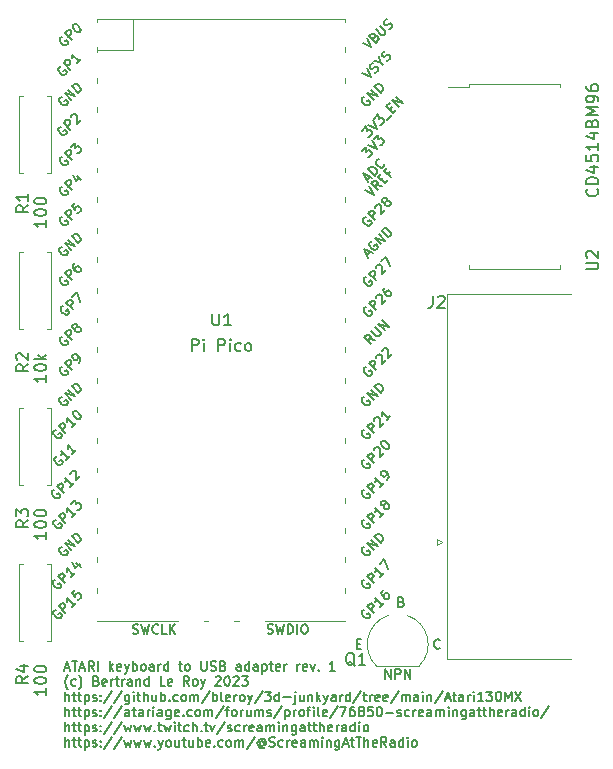
<source format=gbr>
%TF.GenerationSoftware,KiCad,Pcbnew,(6.0.10)*%
%TF.CreationDate,2023-01-29T19:44:21-08:00*%
%TF.ProjectId,DecentXE-to-USB,44656365-6e74-4584-952d-746f2d555342,rev?*%
%TF.SameCoordinates,Original*%
%TF.FileFunction,Legend,Top*%
%TF.FilePolarity,Positive*%
%FSLAX46Y46*%
G04 Gerber Fmt 4.6, Leading zero omitted, Abs format (unit mm)*
G04 Created by KiCad (PCBNEW (6.0.10)) date 2023-01-29 19:44:21*
%MOMM*%
%LPD*%
G01*
G04 APERTURE LIST*
%ADD10C,0.150000*%
%ADD11C,0.120000*%
G04 APERTURE END LIST*
D10*
X44926380Y-72497904D02*
X44926380Y-71697904D01*
X45383523Y-72497904D01*
X45383523Y-71697904D01*
X45764476Y-72497904D02*
X45764476Y-71697904D01*
X46069238Y-71697904D01*
X46145428Y-71736000D01*
X46183523Y-71774095D01*
X46221619Y-71850285D01*
X46221619Y-71964571D01*
X46183523Y-72040761D01*
X46145428Y-72078857D01*
X46069238Y-72116952D01*
X45764476Y-72116952D01*
X46564476Y-72497904D02*
X46564476Y-71697904D01*
X47021619Y-72497904D01*
X47021619Y-71697904D01*
X49523619Y-69881714D02*
X49485523Y-69919809D01*
X49371238Y-69957904D01*
X49295047Y-69957904D01*
X49180761Y-69919809D01*
X49104571Y-69843619D01*
X49066476Y-69767428D01*
X49028380Y-69615047D01*
X49028380Y-69500761D01*
X49066476Y-69348380D01*
X49104571Y-69272190D01*
X49180761Y-69196000D01*
X49295047Y-69157904D01*
X49371238Y-69157904D01*
X49485523Y-69196000D01*
X49523619Y-69234095D01*
X42500571Y-69538857D02*
X42767238Y-69538857D01*
X42881523Y-69957904D02*
X42500571Y-69957904D01*
X42500571Y-69157904D01*
X42881523Y-69157904D01*
X46285142Y-65982857D02*
X46399428Y-66020952D01*
X46437523Y-66059047D01*
X46475619Y-66135238D01*
X46475619Y-66249523D01*
X46437523Y-66325714D01*
X46399428Y-66363809D01*
X46323238Y-66401904D01*
X46018476Y-66401904D01*
X46018476Y-65601904D01*
X46285142Y-65601904D01*
X46361333Y-65640000D01*
X46399428Y-65678095D01*
X46437523Y-65754285D01*
X46437523Y-65830476D01*
X46399428Y-65906666D01*
X46361333Y-65944761D01*
X46285142Y-65982857D01*
X46018476Y-65982857D01*
X17775880Y-71589333D02*
X18156833Y-71589333D01*
X17699690Y-71817904D02*
X17966357Y-71017904D01*
X18233023Y-71817904D01*
X18385404Y-71017904D02*
X18842547Y-71017904D01*
X18613976Y-71817904D02*
X18613976Y-71017904D01*
X19071119Y-71589333D02*
X19452071Y-71589333D01*
X18994928Y-71817904D02*
X19261595Y-71017904D01*
X19528261Y-71817904D01*
X20252071Y-71817904D02*
X19985404Y-71436952D01*
X19794928Y-71817904D02*
X19794928Y-71017904D01*
X20099690Y-71017904D01*
X20175880Y-71056000D01*
X20213976Y-71094095D01*
X20252071Y-71170285D01*
X20252071Y-71284571D01*
X20213976Y-71360761D01*
X20175880Y-71398857D01*
X20099690Y-71436952D01*
X19794928Y-71436952D01*
X20594928Y-71817904D02*
X20594928Y-71017904D01*
X21585404Y-71817904D02*
X21585404Y-71017904D01*
X21661595Y-71513142D02*
X21890166Y-71817904D01*
X21890166Y-71284571D02*
X21585404Y-71589333D01*
X22537785Y-71779809D02*
X22461595Y-71817904D01*
X22309214Y-71817904D01*
X22233023Y-71779809D01*
X22194928Y-71703619D01*
X22194928Y-71398857D01*
X22233023Y-71322666D01*
X22309214Y-71284571D01*
X22461595Y-71284571D01*
X22537785Y-71322666D01*
X22575880Y-71398857D01*
X22575880Y-71475047D01*
X22194928Y-71551238D01*
X22842547Y-71284571D02*
X23033023Y-71817904D01*
X23223500Y-71284571D02*
X23033023Y-71817904D01*
X22956833Y-72008380D01*
X22918738Y-72046476D01*
X22842547Y-72084571D01*
X23528261Y-71817904D02*
X23528261Y-71017904D01*
X23528261Y-71322666D02*
X23604452Y-71284571D01*
X23756833Y-71284571D01*
X23833023Y-71322666D01*
X23871119Y-71360761D01*
X23909214Y-71436952D01*
X23909214Y-71665523D01*
X23871119Y-71741714D01*
X23833023Y-71779809D01*
X23756833Y-71817904D01*
X23604452Y-71817904D01*
X23528261Y-71779809D01*
X24366357Y-71817904D02*
X24290166Y-71779809D01*
X24252071Y-71741714D01*
X24213976Y-71665523D01*
X24213976Y-71436952D01*
X24252071Y-71360761D01*
X24290166Y-71322666D01*
X24366357Y-71284571D01*
X24480642Y-71284571D01*
X24556833Y-71322666D01*
X24594928Y-71360761D01*
X24633023Y-71436952D01*
X24633023Y-71665523D01*
X24594928Y-71741714D01*
X24556833Y-71779809D01*
X24480642Y-71817904D01*
X24366357Y-71817904D01*
X25318738Y-71817904D02*
X25318738Y-71398857D01*
X25280642Y-71322666D01*
X25204452Y-71284571D01*
X25052071Y-71284571D01*
X24975880Y-71322666D01*
X25318738Y-71779809D02*
X25242547Y-71817904D01*
X25052071Y-71817904D01*
X24975880Y-71779809D01*
X24937785Y-71703619D01*
X24937785Y-71627428D01*
X24975880Y-71551238D01*
X25052071Y-71513142D01*
X25242547Y-71513142D01*
X25318738Y-71475047D01*
X25699690Y-71817904D02*
X25699690Y-71284571D01*
X25699690Y-71436952D02*
X25737785Y-71360761D01*
X25775880Y-71322666D01*
X25852071Y-71284571D01*
X25928261Y-71284571D01*
X26537785Y-71817904D02*
X26537785Y-71017904D01*
X26537785Y-71779809D02*
X26461595Y-71817904D01*
X26309214Y-71817904D01*
X26233023Y-71779809D01*
X26194928Y-71741714D01*
X26156833Y-71665523D01*
X26156833Y-71436952D01*
X26194928Y-71360761D01*
X26233023Y-71322666D01*
X26309214Y-71284571D01*
X26461595Y-71284571D01*
X26537785Y-71322666D01*
X27413976Y-71284571D02*
X27718738Y-71284571D01*
X27528261Y-71017904D02*
X27528261Y-71703619D01*
X27566357Y-71779809D01*
X27642547Y-71817904D01*
X27718738Y-71817904D01*
X28099690Y-71817904D02*
X28023500Y-71779809D01*
X27985404Y-71741714D01*
X27947309Y-71665523D01*
X27947309Y-71436952D01*
X27985404Y-71360761D01*
X28023500Y-71322666D01*
X28099690Y-71284571D01*
X28213976Y-71284571D01*
X28290166Y-71322666D01*
X28328261Y-71360761D01*
X28366357Y-71436952D01*
X28366357Y-71665523D01*
X28328261Y-71741714D01*
X28290166Y-71779809D01*
X28213976Y-71817904D01*
X28099690Y-71817904D01*
X29318738Y-71017904D02*
X29318738Y-71665523D01*
X29356833Y-71741714D01*
X29394928Y-71779809D01*
X29471119Y-71817904D01*
X29623500Y-71817904D01*
X29699690Y-71779809D01*
X29737785Y-71741714D01*
X29775880Y-71665523D01*
X29775880Y-71017904D01*
X30118738Y-71779809D02*
X30233023Y-71817904D01*
X30423500Y-71817904D01*
X30499690Y-71779809D01*
X30537785Y-71741714D01*
X30575880Y-71665523D01*
X30575880Y-71589333D01*
X30537785Y-71513142D01*
X30499690Y-71475047D01*
X30423500Y-71436952D01*
X30271119Y-71398857D01*
X30194928Y-71360761D01*
X30156833Y-71322666D01*
X30118738Y-71246476D01*
X30118738Y-71170285D01*
X30156833Y-71094095D01*
X30194928Y-71056000D01*
X30271119Y-71017904D01*
X30461595Y-71017904D01*
X30575880Y-71056000D01*
X31185404Y-71398857D02*
X31299690Y-71436952D01*
X31337785Y-71475047D01*
X31375880Y-71551238D01*
X31375880Y-71665523D01*
X31337785Y-71741714D01*
X31299690Y-71779809D01*
X31223500Y-71817904D01*
X30918738Y-71817904D01*
X30918738Y-71017904D01*
X31185404Y-71017904D01*
X31261595Y-71056000D01*
X31299690Y-71094095D01*
X31337785Y-71170285D01*
X31337785Y-71246476D01*
X31299690Y-71322666D01*
X31261595Y-71360761D01*
X31185404Y-71398857D01*
X30918738Y-71398857D01*
X32671119Y-71817904D02*
X32671119Y-71398857D01*
X32633023Y-71322666D01*
X32556833Y-71284571D01*
X32404452Y-71284571D01*
X32328261Y-71322666D01*
X32671119Y-71779809D02*
X32594928Y-71817904D01*
X32404452Y-71817904D01*
X32328261Y-71779809D01*
X32290166Y-71703619D01*
X32290166Y-71627428D01*
X32328261Y-71551238D01*
X32404452Y-71513142D01*
X32594928Y-71513142D01*
X32671119Y-71475047D01*
X33394928Y-71817904D02*
X33394928Y-71017904D01*
X33394928Y-71779809D02*
X33318738Y-71817904D01*
X33166357Y-71817904D01*
X33090166Y-71779809D01*
X33052071Y-71741714D01*
X33013976Y-71665523D01*
X33013976Y-71436952D01*
X33052071Y-71360761D01*
X33090166Y-71322666D01*
X33166357Y-71284571D01*
X33318738Y-71284571D01*
X33394928Y-71322666D01*
X34118738Y-71817904D02*
X34118738Y-71398857D01*
X34080642Y-71322666D01*
X34004452Y-71284571D01*
X33852071Y-71284571D01*
X33775880Y-71322666D01*
X34118738Y-71779809D02*
X34042547Y-71817904D01*
X33852071Y-71817904D01*
X33775880Y-71779809D01*
X33737785Y-71703619D01*
X33737785Y-71627428D01*
X33775880Y-71551238D01*
X33852071Y-71513142D01*
X34042547Y-71513142D01*
X34118738Y-71475047D01*
X34499690Y-71284571D02*
X34499690Y-72084571D01*
X34499690Y-71322666D02*
X34575880Y-71284571D01*
X34728261Y-71284571D01*
X34804452Y-71322666D01*
X34842547Y-71360761D01*
X34880642Y-71436952D01*
X34880642Y-71665523D01*
X34842547Y-71741714D01*
X34804452Y-71779809D01*
X34728261Y-71817904D01*
X34575880Y-71817904D01*
X34499690Y-71779809D01*
X35109214Y-71284571D02*
X35413976Y-71284571D01*
X35223500Y-71017904D02*
X35223500Y-71703619D01*
X35261595Y-71779809D01*
X35337785Y-71817904D01*
X35413976Y-71817904D01*
X35985404Y-71779809D02*
X35909214Y-71817904D01*
X35756833Y-71817904D01*
X35680642Y-71779809D01*
X35642547Y-71703619D01*
X35642547Y-71398857D01*
X35680642Y-71322666D01*
X35756833Y-71284571D01*
X35909214Y-71284571D01*
X35985404Y-71322666D01*
X36023500Y-71398857D01*
X36023500Y-71475047D01*
X35642547Y-71551238D01*
X36366357Y-71817904D02*
X36366357Y-71284571D01*
X36366357Y-71436952D02*
X36404452Y-71360761D01*
X36442547Y-71322666D01*
X36518738Y-71284571D01*
X36594928Y-71284571D01*
X37471119Y-71817904D02*
X37471119Y-71284571D01*
X37471119Y-71436952D02*
X37509214Y-71360761D01*
X37547309Y-71322666D01*
X37623500Y-71284571D01*
X37699690Y-71284571D01*
X38271119Y-71779809D02*
X38194928Y-71817904D01*
X38042547Y-71817904D01*
X37966357Y-71779809D01*
X37928261Y-71703619D01*
X37928261Y-71398857D01*
X37966357Y-71322666D01*
X38042547Y-71284571D01*
X38194928Y-71284571D01*
X38271119Y-71322666D01*
X38309214Y-71398857D01*
X38309214Y-71475047D01*
X37928261Y-71551238D01*
X38575880Y-71284571D02*
X38766357Y-71817904D01*
X38956833Y-71284571D01*
X39261595Y-71741714D02*
X39299690Y-71779809D01*
X39261595Y-71817904D01*
X39223500Y-71779809D01*
X39261595Y-71741714D01*
X39261595Y-71817904D01*
X40671119Y-71817904D02*
X40213976Y-71817904D01*
X40442547Y-71817904D02*
X40442547Y-71017904D01*
X40366357Y-71132190D01*
X40290166Y-71208380D01*
X40213976Y-71246476D01*
X18042547Y-73410666D02*
X18004452Y-73372571D01*
X17928261Y-73258285D01*
X17890166Y-73182095D01*
X17852071Y-73067809D01*
X17813976Y-72877333D01*
X17813976Y-72724952D01*
X17852071Y-72534476D01*
X17890166Y-72420190D01*
X17928261Y-72344000D01*
X18004452Y-72229714D01*
X18042547Y-72191619D01*
X18690166Y-73067809D02*
X18613976Y-73105904D01*
X18461595Y-73105904D01*
X18385404Y-73067809D01*
X18347309Y-73029714D01*
X18309214Y-72953523D01*
X18309214Y-72724952D01*
X18347309Y-72648761D01*
X18385404Y-72610666D01*
X18461595Y-72572571D01*
X18613976Y-72572571D01*
X18690166Y-72610666D01*
X18956833Y-73410666D02*
X18994928Y-73372571D01*
X19071119Y-73258285D01*
X19109214Y-73182095D01*
X19147309Y-73067809D01*
X19185404Y-72877333D01*
X19185404Y-72724952D01*
X19147309Y-72534476D01*
X19109214Y-72420190D01*
X19071119Y-72344000D01*
X18994928Y-72229714D01*
X18956833Y-72191619D01*
X20442547Y-72686857D02*
X20556833Y-72724952D01*
X20594928Y-72763047D01*
X20633023Y-72839238D01*
X20633023Y-72953523D01*
X20594928Y-73029714D01*
X20556833Y-73067809D01*
X20480642Y-73105904D01*
X20175880Y-73105904D01*
X20175880Y-72305904D01*
X20442547Y-72305904D01*
X20518738Y-72344000D01*
X20556833Y-72382095D01*
X20594928Y-72458285D01*
X20594928Y-72534476D01*
X20556833Y-72610666D01*
X20518738Y-72648761D01*
X20442547Y-72686857D01*
X20175880Y-72686857D01*
X21280642Y-73067809D02*
X21204452Y-73105904D01*
X21052071Y-73105904D01*
X20975880Y-73067809D01*
X20937785Y-72991619D01*
X20937785Y-72686857D01*
X20975880Y-72610666D01*
X21052071Y-72572571D01*
X21204452Y-72572571D01*
X21280642Y-72610666D01*
X21318738Y-72686857D01*
X21318738Y-72763047D01*
X20937785Y-72839238D01*
X21661595Y-73105904D02*
X21661595Y-72572571D01*
X21661595Y-72724952D02*
X21699690Y-72648761D01*
X21737785Y-72610666D01*
X21813976Y-72572571D01*
X21890166Y-72572571D01*
X22042547Y-72572571D02*
X22347309Y-72572571D01*
X22156833Y-72305904D02*
X22156833Y-72991619D01*
X22194928Y-73067809D01*
X22271119Y-73105904D01*
X22347309Y-73105904D01*
X22613976Y-73105904D02*
X22613976Y-72572571D01*
X22613976Y-72724952D02*
X22652071Y-72648761D01*
X22690166Y-72610666D01*
X22766357Y-72572571D01*
X22842547Y-72572571D01*
X23452071Y-73105904D02*
X23452071Y-72686857D01*
X23413976Y-72610666D01*
X23337785Y-72572571D01*
X23185404Y-72572571D01*
X23109214Y-72610666D01*
X23452071Y-73067809D02*
X23375880Y-73105904D01*
X23185404Y-73105904D01*
X23109214Y-73067809D01*
X23071119Y-72991619D01*
X23071119Y-72915428D01*
X23109214Y-72839238D01*
X23185404Y-72801142D01*
X23375880Y-72801142D01*
X23452071Y-72763047D01*
X23833023Y-72572571D02*
X23833023Y-73105904D01*
X23833023Y-72648761D02*
X23871119Y-72610666D01*
X23947309Y-72572571D01*
X24061595Y-72572571D01*
X24137785Y-72610666D01*
X24175880Y-72686857D01*
X24175880Y-73105904D01*
X24899690Y-73105904D02*
X24899690Y-72305904D01*
X24899690Y-73067809D02*
X24823500Y-73105904D01*
X24671119Y-73105904D01*
X24594928Y-73067809D01*
X24556833Y-73029714D01*
X24518738Y-72953523D01*
X24518738Y-72724952D01*
X24556833Y-72648761D01*
X24594928Y-72610666D01*
X24671119Y-72572571D01*
X24823500Y-72572571D01*
X24899690Y-72610666D01*
X26271119Y-73105904D02*
X25890166Y-73105904D01*
X25890166Y-72305904D01*
X26842547Y-73067809D02*
X26766357Y-73105904D01*
X26613976Y-73105904D01*
X26537785Y-73067809D01*
X26499690Y-72991619D01*
X26499690Y-72686857D01*
X26537785Y-72610666D01*
X26613976Y-72572571D01*
X26766357Y-72572571D01*
X26842547Y-72610666D01*
X26880642Y-72686857D01*
X26880642Y-72763047D01*
X26499690Y-72839238D01*
X28290166Y-73105904D02*
X28023500Y-72724952D01*
X27833023Y-73105904D02*
X27833023Y-72305904D01*
X28137785Y-72305904D01*
X28213976Y-72344000D01*
X28252071Y-72382095D01*
X28290166Y-72458285D01*
X28290166Y-72572571D01*
X28252071Y-72648761D01*
X28213976Y-72686857D01*
X28137785Y-72724952D01*
X27833023Y-72724952D01*
X28747309Y-73105904D02*
X28671119Y-73067809D01*
X28633023Y-73029714D01*
X28594928Y-72953523D01*
X28594928Y-72724952D01*
X28633023Y-72648761D01*
X28671119Y-72610666D01*
X28747309Y-72572571D01*
X28861595Y-72572571D01*
X28937785Y-72610666D01*
X28975880Y-72648761D01*
X29013976Y-72724952D01*
X29013976Y-72953523D01*
X28975880Y-73029714D01*
X28937785Y-73067809D01*
X28861595Y-73105904D01*
X28747309Y-73105904D01*
X29280642Y-72572571D02*
X29471119Y-73105904D01*
X29661595Y-72572571D02*
X29471119Y-73105904D01*
X29394928Y-73296380D01*
X29356833Y-73334476D01*
X29280642Y-73372571D01*
X30537785Y-72382095D02*
X30575880Y-72344000D01*
X30652071Y-72305904D01*
X30842547Y-72305904D01*
X30918738Y-72344000D01*
X30956833Y-72382095D01*
X30994928Y-72458285D01*
X30994928Y-72534476D01*
X30956833Y-72648761D01*
X30499690Y-73105904D01*
X30994928Y-73105904D01*
X31490166Y-72305904D02*
X31566357Y-72305904D01*
X31642547Y-72344000D01*
X31680642Y-72382095D01*
X31718738Y-72458285D01*
X31756833Y-72610666D01*
X31756833Y-72801142D01*
X31718738Y-72953523D01*
X31680642Y-73029714D01*
X31642547Y-73067809D01*
X31566357Y-73105904D01*
X31490166Y-73105904D01*
X31413976Y-73067809D01*
X31375880Y-73029714D01*
X31337785Y-72953523D01*
X31299690Y-72801142D01*
X31299690Y-72610666D01*
X31337785Y-72458285D01*
X31375880Y-72382095D01*
X31413976Y-72344000D01*
X31490166Y-72305904D01*
X32061595Y-72382095D02*
X32099690Y-72344000D01*
X32175880Y-72305904D01*
X32366357Y-72305904D01*
X32442547Y-72344000D01*
X32480642Y-72382095D01*
X32518738Y-72458285D01*
X32518738Y-72534476D01*
X32480642Y-72648761D01*
X32023500Y-73105904D01*
X32518738Y-73105904D01*
X32785404Y-72305904D02*
X33280642Y-72305904D01*
X33013976Y-72610666D01*
X33128261Y-72610666D01*
X33204452Y-72648761D01*
X33242547Y-72686857D01*
X33280642Y-72763047D01*
X33280642Y-72953523D01*
X33242547Y-73029714D01*
X33204452Y-73067809D01*
X33128261Y-73105904D01*
X32899690Y-73105904D01*
X32823499Y-73067809D01*
X32785404Y-73029714D01*
X17813976Y-74393904D02*
X17813976Y-73593904D01*
X18156833Y-74393904D02*
X18156833Y-73974857D01*
X18118738Y-73898666D01*
X18042547Y-73860571D01*
X17928261Y-73860571D01*
X17852071Y-73898666D01*
X17813976Y-73936761D01*
X18423500Y-73860571D02*
X18728261Y-73860571D01*
X18537785Y-73593904D02*
X18537785Y-74279619D01*
X18575880Y-74355809D01*
X18652071Y-74393904D01*
X18728261Y-74393904D01*
X18880642Y-73860571D02*
X19185404Y-73860571D01*
X18994928Y-73593904D02*
X18994928Y-74279619D01*
X19033023Y-74355809D01*
X19109214Y-74393904D01*
X19185404Y-74393904D01*
X19452071Y-73860571D02*
X19452071Y-74660571D01*
X19452071Y-73898666D02*
X19528261Y-73860571D01*
X19680642Y-73860571D01*
X19756833Y-73898666D01*
X19794928Y-73936761D01*
X19833023Y-74012952D01*
X19833023Y-74241523D01*
X19794928Y-74317714D01*
X19756833Y-74355809D01*
X19680642Y-74393904D01*
X19528261Y-74393904D01*
X19452071Y-74355809D01*
X20137785Y-74355809D02*
X20213976Y-74393904D01*
X20366357Y-74393904D01*
X20442547Y-74355809D01*
X20480642Y-74279619D01*
X20480642Y-74241523D01*
X20442547Y-74165333D01*
X20366357Y-74127238D01*
X20252071Y-74127238D01*
X20175880Y-74089142D01*
X20137785Y-74012952D01*
X20137785Y-73974857D01*
X20175880Y-73898666D01*
X20252071Y-73860571D01*
X20366357Y-73860571D01*
X20442547Y-73898666D01*
X20823500Y-74317714D02*
X20861595Y-74355809D01*
X20823500Y-74393904D01*
X20785404Y-74355809D01*
X20823500Y-74317714D01*
X20823500Y-74393904D01*
X20823500Y-73898666D02*
X20861595Y-73936761D01*
X20823500Y-73974857D01*
X20785404Y-73936761D01*
X20823500Y-73898666D01*
X20823500Y-73974857D01*
X21775880Y-73555809D02*
X21090166Y-74584380D01*
X22613976Y-73555809D02*
X21928261Y-74584380D01*
X23223500Y-73860571D02*
X23223500Y-74508190D01*
X23185404Y-74584380D01*
X23147309Y-74622476D01*
X23071119Y-74660571D01*
X22956833Y-74660571D01*
X22880642Y-74622476D01*
X23223500Y-74355809D02*
X23147309Y-74393904D01*
X22994928Y-74393904D01*
X22918738Y-74355809D01*
X22880642Y-74317714D01*
X22842547Y-74241523D01*
X22842547Y-74012952D01*
X22880642Y-73936761D01*
X22918738Y-73898666D01*
X22994928Y-73860571D01*
X23147309Y-73860571D01*
X23223500Y-73898666D01*
X23604452Y-74393904D02*
X23604452Y-73860571D01*
X23604452Y-73593904D02*
X23566357Y-73632000D01*
X23604452Y-73670095D01*
X23642547Y-73632000D01*
X23604452Y-73593904D01*
X23604452Y-73670095D01*
X23871119Y-73860571D02*
X24175880Y-73860571D01*
X23985404Y-73593904D02*
X23985404Y-74279619D01*
X24023500Y-74355809D01*
X24099690Y-74393904D01*
X24175880Y-74393904D01*
X24442547Y-74393904D02*
X24442547Y-73593904D01*
X24785404Y-74393904D02*
X24785404Y-73974857D01*
X24747309Y-73898666D01*
X24671119Y-73860571D01*
X24556833Y-73860571D01*
X24480642Y-73898666D01*
X24442547Y-73936761D01*
X25509214Y-73860571D02*
X25509214Y-74393904D01*
X25166357Y-73860571D02*
X25166357Y-74279619D01*
X25204452Y-74355809D01*
X25280642Y-74393904D01*
X25394928Y-74393904D01*
X25471119Y-74355809D01*
X25509214Y-74317714D01*
X25890166Y-74393904D02*
X25890166Y-73593904D01*
X25890166Y-73898666D02*
X25966357Y-73860571D01*
X26118738Y-73860571D01*
X26194928Y-73898666D01*
X26233023Y-73936761D01*
X26271119Y-74012952D01*
X26271119Y-74241523D01*
X26233023Y-74317714D01*
X26194928Y-74355809D01*
X26118738Y-74393904D01*
X25966357Y-74393904D01*
X25890166Y-74355809D01*
X26613976Y-74317714D02*
X26652071Y-74355809D01*
X26613976Y-74393904D01*
X26575880Y-74355809D01*
X26613976Y-74317714D01*
X26613976Y-74393904D01*
X27337785Y-74355809D02*
X27261595Y-74393904D01*
X27109214Y-74393904D01*
X27033023Y-74355809D01*
X26994928Y-74317714D01*
X26956833Y-74241523D01*
X26956833Y-74012952D01*
X26994928Y-73936761D01*
X27033023Y-73898666D01*
X27109214Y-73860571D01*
X27261595Y-73860571D01*
X27337785Y-73898666D01*
X27794928Y-74393904D02*
X27718738Y-74355809D01*
X27680642Y-74317714D01*
X27642547Y-74241523D01*
X27642547Y-74012952D01*
X27680642Y-73936761D01*
X27718738Y-73898666D01*
X27794928Y-73860571D01*
X27909214Y-73860571D01*
X27985404Y-73898666D01*
X28023500Y-73936761D01*
X28061595Y-74012952D01*
X28061595Y-74241523D01*
X28023500Y-74317714D01*
X27985404Y-74355809D01*
X27909214Y-74393904D01*
X27794928Y-74393904D01*
X28404452Y-74393904D02*
X28404452Y-73860571D01*
X28404452Y-73936761D02*
X28442547Y-73898666D01*
X28518738Y-73860571D01*
X28633023Y-73860571D01*
X28709214Y-73898666D01*
X28747309Y-73974857D01*
X28747309Y-74393904D01*
X28747309Y-73974857D02*
X28785404Y-73898666D01*
X28861595Y-73860571D01*
X28975880Y-73860571D01*
X29052071Y-73898666D01*
X29090166Y-73974857D01*
X29090166Y-74393904D01*
X30042547Y-73555809D02*
X29356833Y-74584380D01*
X30309214Y-74393904D02*
X30309214Y-73593904D01*
X30309214Y-73898666D02*
X30385404Y-73860571D01*
X30537785Y-73860571D01*
X30613976Y-73898666D01*
X30652071Y-73936761D01*
X30690166Y-74012952D01*
X30690166Y-74241523D01*
X30652071Y-74317714D01*
X30613976Y-74355809D01*
X30537785Y-74393904D01*
X30385404Y-74393904D01*
X30309214Y-74355809D01*
X31147309Y-74393904D02*
X31071119Y-74355809D01*
X31033023Y-74279619D01*
X31033023Y-73593904D01*
X31756833Y-74355809D02*
X31680642Y-74393904D01*
X31528261Y-74393904D01*
X31452071Y-74355809D01*
X31413976Y-74279619D01*
X31413976Y-73974857D01*
X31452071Y-73898666D01*
X31528261Y-73860571D01*
X31680642Y-73860571D01*
X31756833Y-73898666D01*
X31794928Y-73974857D01*
X31794928Y-74051047D01*
X31413976Y-74127238D01*
X32137785Y-74393904D02*
X32137785Y-73860571D01*
X32137785Y-74012952D02*
X32175880Y-73936761D01*
X32213976Y-73898666D01*
X32290166Y-73860571D01*
X32366357Y-73860571D01*
X32747309Y-74393904D02*
X32671119Y-74355809D01*
X32633023Y-74317714D01*
X32594928Y-74241523D01*
X32594928Y-74012952D01*
X32633023Y-73936761D01*
X32671119Y-73898666D01*
X32747309Y-73860571D01*
X32861595Y-73860571D01*
X32937785Y-73898666D01*
X32975880Y-73936761D01*
X33013976Y-74012952D01*
X33013976Y-74241523D01*
X32975880Y-74317714D01*
X32937785Y-74355809D01*
X32861595Y-74393904D01*
X32747309Y-74393904D01*
X33280642Y-73860571D02*
X33471119Y-74393904D01*
X33661595Y-73860571D02*
X33471119Y-74393904D01*
X33394928Y-74584380D01*
X33356833Y-74622476D01*
X33280642Y-74660571D01*
X34537785Y-73555809D02*
X33852071Y-74584380D01*
X34728261Y-73593904D02*
X35223500Y-73593904D01*
X34956833Y-73898666D01*
X35071119Y-73898666D01*
X35147309Y-73936761D01*
X35185404Y-73974857D01*
X35223500Y-74051047D01*
X35223500Y-74241523D01*
X35185404Y-74317714D01*
X35147309Y-74355809D01*
X35071119Y-74393904D01*
X34842547Y-74393904D01*
X34766357Y-74355809D01*
X34728261Y-74317714D01*
X35909214Y-74393904D02*
X35909214Y-73593904D01*
X35909214Y-74355809D02*
X35833023Y-74393904D01*
X35680642Y-74393904D01*
X35604452Y-74355809D01*
X35566357Y-74317714D01*
X35528261Y-74241523D01*
X35528261Y-74012952D01*
X35566357Y-73936761D01*
X35604452Y-73898666D01*
X35680642Y-73860571D01*
X35833023Y-73860571D01*
X35909214Y-73898666D01*
X36290166Y-74089142D02*
X36899690Y-74089142D01*
X37280642Y-73860571D02*
X37280642Y-74546285D01*
X37242547Y-74622476D01*
X37166357Y-74660571D01*
X37128261Y-74660571D01*
X37280642Y-73593904D02*
X37242547Y-73632000D01*
X37280642Y-73670095D01*
X37318738Y-73632000D01*
X37280642Y-73593904D01*
X37280642Y-73670095D01*
X38004452Y-73860571D02*
X38004452Y-74393904D01*
X37661595Y-73860571D02*
X37661595Y-74279619D01*
X37699690Y-74355809D01*
X37775880Y-74393904D01*
X37890166Y-74393904D01*
X37966357Y-74355809D01*
X38004452Y-74317714D01*
X38385404Y-73860571D02*
X38385404Y-74393904D01*
X38385404Y-73936761D02*
X38423500Y-73898666D01*
X38499690Y-73860571D01*
X38613976Y-73860571D01*
X38690166Y-73898666D01*
X38728261Y-73974857D01*
X38728261Y-74393904D01*
X39109214Y-74393904D02*
X39109214Y-73593904D01*
X39185404Y-74089142D02*
X39413976Y-74393904D01*
X39413976Y-73860571D02*
X39109214Y-74165333D01*
X39680642Y-73860571D02*
X39871119Y-74393904D01*
X40061595Y-73860571D02*
X39871119Y-74393904D01*
X39794928Y-74584380D01*
X39756833Y-74622476D01*
X39680642Y-74660571D01*
X40709214Y-74393904D02*
X40709214Y-73974857D01*
X40671119Y-73898666D01*
X40594928Y-73860571D01*
X40442547Y-73860571D01*
X40366357Y-73898666D01*
X40709214Y-74355809D02*
X40633023Y-74393904D01*
X40442547Y-74393904D01*
X40366357Y-74355809D01*
X40328261Y-74279619D01*
X40328261Y-74203428D01*
X40366357Y-74127238D01*
X40442547Y-74089142D01*
X40633023Y-74089142D01*
X40709214Y-74051047D01*
X41090166Y-74393904D02*
X41090166Y-73860571D01*
X41090166Y-74012952D02*
X41128261Y-73936761D01*
X41166357Y-73898666D01*
X41242547Y-73860571D01*
X41318738Y-73860571D01*
X41928261Y-74393904D02*
X41928261Y-73593904D01*
X41928261Y-74355809D02*
X41852071Y-74393904D01*
X41699690Y-74393904D01*
X41623500Y-74355809D01*
X41585404Y-74317714D01*
X41547309Y-74241523D01*
X41547309Y-74012952D01*
X41585404Y-73936761D01*
X41623500Y-73898666D01*
X41699690Y-73860571D01*
X41852071Y-73860571D01*
X41928261Y-73898666D01*
X42880642Y-73555809D02*
X42194928Y-74584380D01*
X43033023Y-73860571D02*
X43337785Y-73860571D01*
X43147309Y-73593904D02*
X43147309Y-74279619D01*
X43185404Y-74355809D01*
X43261595Y-74393904D01*
X43337785Y-74393904D01*
X43604452Y-74393904D02*
X43604452Y-73860571D01*
X43604452Y-74012952D02*
X43642547Y-73936761D01*
X43680642Y-73898666D01*
X43756833Y-73860571D01*
X43833023Y-73860571D01*
X44404452Y-74355809D02*
X44328261Y-74393904D01*
X44175880Y-74393904D01*
X44099690Y-74355809D01*
X44061595Y-74279619D01*
X44061595Y-73974857D01*
X44099690Y-73898666D01*
X44175880Y-73860571D01*
X44328261Y-73860571D01*
X44404452Y-73898666D01*
X44442547Y-73974857D01*
X44442547Y-74051047D01*
X44061595Y-74127238D01*
X45090166Y-74355809D02*
X45013976Y-74393904D01*
X44861595Y-74393904D01*
X44785404Y-74355809D01*
X44747309Y-74279619D01*
X44747309Y-73974857D01*
X44785404Y-73898666D01*
X44861595Y-73860571D01*
X45013976Y-73860571D01*
X45090166Y-73898666D01*
X45128261Y-73974857D01*
X45128261Y-74051047D01*
X44747309Y-74127238D01*
X46042547Y-73555809D02*
X45356833Y-74584380D01*
X46309214Y-74393904D02*
X46309214Y-73860571D01*
X46309214Y-73936761D02*
X46347309Y-73898666D01*
X46423500Y-73860571D01*
X46537785Y-73860571D01*
X46613976Y-73898666D01*
X46652071Y-73974857D01*
X46652071Y-74393904D01*
X46652071Y-73974857D02*
X46690166Y-73898666D01*
X46766357Y-73860571D01*
X46880642Y-73860571D01*
X46956833Y-73898666D01*
X46994928Y-73974857D01*
X46994928Y-74393904D01*
X47718738Y-74393904D02*
X47718738Y-73974857D01*
X47680642Y-73898666D01*
X47604452Y-73860571D01*
X47452071Y-73860571D01*
X47375880Y-73898666D01*
X47718738Y-74355809D02*
X47642547Y-74393904D01*
X47452071Y-74393904D01*
X47375880Y-74355809D01*
X47337785Y-74279619D01*
X47337785Y-74203428D01*
X47375880Y-74127238D01*
X47452071Y-74089142D01*
X47642547Y-74089142D01*
X47718738Y-74051047D01*
X48099690Y-74393904D02*
X48099690Y-73860571D01*
X48099690Y-73593904D02*
X48061595Y-73632000D01*
X48099690Y-73670095D01*
X48137785Y-73632000D01*
X48099690Y-73593904D01*
X48099690Y-73670095D01*
X48480642Y-73860571D02*
X48480642Y-74393904D01*
X48480642Y-73936761D02*
X48518738Y-73898666D01*
X48594928Y-73860571D01*
X48709214Y-73860571D01*
X48785404Y-73898666D01*
X48823500Y-73974857D01*
X48823500Y-74393904D01*
X49775880Y-73555809D02*
X49090166Y-74584380D01*
X50004452Y-74165333D02*
X50385404Y-74165333D01*
X49928261Y-74393904D02*
X50194928Y-73593904D01*
X50461595Y-74393904D01*
X50613976Y-73860571D02*
X50918738Y-73860571D01*
X50728261Y-73593904D02*
X50728261Y-74279619D01*
X50766357Y-74355809D01*
X50842547Y-74393904D01*
X50918738Y-74393904D01*
X51528261Y-74393904D02*
X51528261Y-73974857D01*
X51490166Y-73898666D01*
X51413976Y-73860571D01*
X51261595Y-73860571D01*
X51185404Y-73898666D01*
X51528261Y-74355809D02*
X51452071Y-74393904D01*
X51261595Y-74393904D01*
X51185404Y-74355809D01*
X51147309Y-74279619D01*
X51147309Y-74203428D01*
X51185404Y-74127238D01*
X51261595Y-74089142D01*
X51452071Y-74089142D01*
X51528261Y-74051047D01*
X51909214Y-74393904D02*
X51909214Y-73860571D01*
X51909214Y-74012952D02*
X51947309Y-73936761D01*
X51985404Y-73898666D01*
X52061595Y-73860571D01*
X52137785Y-73860571D01*
X52404452Y-74393904D02*
X52404452Y-73860571D01*
X52404452Y-73593904D02*
X52366357Y-73632000D01*
X52404452Y-73670095D01*
X52442547Y-73632000D01*
X52404452Y-73593904D01*
X52404452Y-73670095D01*
X53204452Y-74393904D02*
X52747309Y-74393904D01*
X52975880Y-74393904D02*
X52975880Y-73593904D01*
X52899690Y-73708190D01*
X52823500Y-73784380D01*
X52747309Y-73822476D01*
X53471119Y-73593904D02*
X53966357Y-73593904D01*
X53699690Y-73898666D01*
X53813976Y-73898666D01*
X53890166Y-73936761D01*
X53928261Y-73974857D01*
X53966357Y-74051047D01*
X53966357Y-74241523D01*
X53928261Y-74317714D01*
X53890166Y-74355809D01*
X53813976Y-74393904D01*
X53585404Y-74393904D01*
X53509214Y-74355809D01*
X53471119Y-74317714D01*
X54461595Y-73593904D02*
X54537785Y-73593904D01*
X54613976Y-73632000D01*
X54652071Y-73670095D01*
X54690166Y-73746285D01*
X54728261Y-73898666D01*
X54728261Y-74089142D01*
X54690166Y-74241523D01*
X54652071Y-74317714D01*
X54613976Y-74355809D01*
X54537785Y-74393904D01*
X54461595Y-74393904D01*
X54385404Y-74355809D01*
X54347309Y-74317714D01*
X54309214Y-74241523D01*
X54271119Y-74089142D01*
X54271119Y-73898666D01*
X54309214Y-73746285D01*
X54347309Y-73670095D01*
X54385404Y-73632000D01*
X54461595Y-73593904D01*
X55071119Y-74393904D02*
X55071119Y-73593904D01*
X55337785Y-74165333D01*
X55604452Y-73593904D01*
X55604452Y-74393904D01*
X55909214Y-73593904D02*
X56442547Y-74393904D01*
X56442547Y-73593904D02*
X55909214Y-74393904D01*
X17813976Y-75681904D02*
X17813976Y-74881904D01*
X18156833Y-75681904D02*
X18156833Y-75262857D01*
X18118738Y-75186666D01*
X18042547Y-75148571D01*
X17928261Y-75148571D01*
X17852071Y-75186666D01*
X17813976Y-75224761D01*
X18423500Y-75148571D02*
X18728261Y-75148571D01*
X18537785Y-74881904D02*
X18537785Y-75567619D01*
X18575880Y-75643809D01*
X18652071Y-75681904D01*
X18728261Y-75681904D01*
X18880642Y-75148571D02*
X19185404Y-75148571D01*
X18994928Y-74881904D02*
X18994928Y-75567619D01*
X19033023Y-75643809D01*
X19109214Y-75681904D01*
X19185404Y-75681904D01*
X19452071Y-75148571D02*
X19452071Y-75948571D01*
X19452071Y-75186666D02*
X19528261Y-75148571D01*
X19680642Y-75148571D01*
X19756833Y-75186666D01*
X19794928Y-75224761D01*
X19833023Y-75300952D01*
X19833023Y-75529523D01*
X19794928Y-75605714D01*
X19756833Y-75643809D01*
X19680642Y-75681904D01*
X19528261Y-75681904D01*
X19452071Y-75643809D01*
X20137785Y-75643809D02*
X20213976Y-75681904D01*
X20366357Y-75681904D01*
X20442547Y-75643809D01*
X20480642Y-75567619D01*
X20480642Y-75529523D01*
X20442547Y-75453333D01*
X20366357Y-75415238D01*
X20252071Y-75415238D01*
X20175880Y-75377142D01*
X20137785Y-75300952D01*
X20137785Y-75262857D01*
X20175880Y-75186666D01*
X20252071Y-75148571D01*
X20366357Y-75148571D01*
X20442547Y-75186666D01*
X20823500Y-75605714D02*
X20861595Y-75643809D01*
X20823500Y-75681904D01*
X20785404Y-75643809D01*
X20823500Y-75605714D01*
X20823500Y-75681904D01*
X20823500Y-75186666D02*
X20861595Y-75224761D01*
X20823500Y-75262857D01*
X20785404Y-75224761D01*
X20823500Y-75186666D01*
X20823500Y-75262857D01*
X21775880Y-74843809D02*
X21090166Y-75872380D01*
X22613976Y-74843809D02*
X21928261Y-75872380D01*
X23223500Y-75681904D02*
X23223500Y-75262857D01*
X23185404Y-75186666D01*
X23109214Y-75148571D01*
X22956833Y-75148571D01*
X22880642Y-75186666D01*
X23223500Y-75643809D02*
X23147309Y-75681904D01*
X22956833Y-75681904D01*
X22880642Y-75643809D01*
X22842547Y-75567619D01*
X22842547Y-75491428D01*
X22880642Y-75415238D01*
X22956833Y-75377142D01*
X23147309Y-75377142D01*
X23223500Y-75339047D01*
X23490166Y-75148571D02*
X23794928Y-75148571D01*
X23604452Y-74881904D02*
X23604452Y-75567619D01*
X23642547Y-75643809D01*
X23718738Y-75681904D01*
X23794928Y-75681904D01*
X24404452Y-75681904D02*
X24404452Y-75262857D01*
X24366357Y-75186666D01*
X24290166Y-75148571D01*
X24137785Y-75148571D01*
X24061595Y-75186666D01*
X24404452Y-75643809D02*
X24328261Y-75681904D01*
X24137785Y-75681904D01*
X24061595Y-75643809D01*
X24023500Y-75567619D01*
X24023500Y-75491428D01*
X24061595Y-75415238D01*
X24137785Y-75377142D01*
X24328261Y-75377142D01*
X24404452Y-75339047D01*
X24785404Y-75681904D02*
X24785404Y-75148571D01*
X24785404Y-75300952D02*
X24823500Y-75224761D01*
X24861595Y-75186666D01*
X24937785Y-75148571D01*
X25013976Y-75148571D01*
X25280642Y-75681904D02*
X25280642Y-75148571D01*
X25280642Y-74881904D02*
X25242547Y-74920000D01*
X25280642Y-74958095D01*
X25318738Y-74920000D01*
X25280642Y-74881904D01*
X25280642Y-74958095D01*
X26004452Y-75681904D02*
X26004452Y-75262857D01*
X25966357Y-75186666D01*
X25890166Y-75148571D01*
X25737785Y-75148571D01*
X25661595Y-75186666D01*
X26004452Y-75643809D02*
X25928261Y-75681904D01*
X25737785Y-75681904D01*
X25661595Y-75643809D01*
X25623500Y-75567619D01*
X25623500Y-75491428D01*
X25661595Y-75415238D01*
X25737785Y-75377142D01*
X25928261Y-75377142D01*
X26004452Y-75339047D01*
X26728261Y-75148571D02*
X26728261Y-75796190D01*
X26690166Y-75872380D01*
X26652071Y-75910476D01*
X26575880Y-75948571D01*
X26461595Y-75948571D01*
X26385404Y-75910476D01*
X26728261Y-75643809D02*
X26652071Y-75681904D01*
X26499690Y-75681904D01*
X26423500Y-75643809D01*
X26385404Y-75605714D01*
X26347309Y-75529523D01*
X26347309Y-75300952D01*
X26385404Y-75224761D01*
X26423500Y-75186666D01*
X26499690Y-75148571D01*
X26652071Y-75148571D01*
X26728261Y-75186666D01*
X27413976Y-75643809D02*
X27337785Y-75681904D01*
X27185404Y-75681904D01*
X27109214Y-75643809D01*
X27071119Y-75567619D01*
X27071119Y-75262857D01*
X27109214Y-75186666D01*
X27185404Y-75148571D01*
X27337785Y-75148571D01*
X27413976Y-75186666D01*
X27452071Y-75262857D01*
X27452071Y-75339047D01*
X27071119Y-75415238D01*
X27794928Y-75605714D02*
X27833023Y-75643809D01*
X27794928Y-75681904D01*
X27756833Y-75643809D01*
X27794928Y-75605714D01*
X27794928Y-75681904D01*
X28518738Y-75643809D02*
X28442547Y-75681904D01*
X28290166Y-75681904D01*
X28213976Y-75643809D01*
X28175880Y-75605714D01*
X28137785Y-75529523D01*
X28137785Y-75300952D01*
X28175880Y-75224761D01*
X28213976Y-75186666D01*
X28290166Y-75148571D01*
X28442547Y-75148571D01*
X28518738Y-75186666D01*
X28975880Y-75681904D02*
X28899690Y-75643809D01*
X28861595Y-75605714D01*
X28823499Y-75529523D01*
X28823499Y-75300952D01*
X28861595Y-75224761D01*
X28899690Y-75186666D01*
X28975880Y-75148571D01*
X29090166Y-75148571D01*
X29166357Y-75186666D01*
X29204452Y-75224761D01*
X29242547Y-75300952D01*
X29242547Y-75529523D01*
X29204452Y-75605714D01*
X29166357Y-75643809D01*
X29090166Y-75681904D01*
X28975880Y-75681904D01*
X29585404Y-75681904D02*
X29585404Y-75148571D01*
X29585404Y-75224761D02*
X29623500Y-75186666D01*
X29699690Y-75148571D01*
X29813976Y-75148571D01*
X29890166Y-75186666D01*
X29928261Y-75262857D01*
X29928261Y-75681904D01*
X29928261Y-75262857D02*
X29966357Y-75186666D01*
X30042547Y-75148571D01*
X30156833Y-75148571D01*
X30233023Y-75186666D01*
X30271119Y-75262857D01*
X30271119Y-75681904D01*
X31223499Y-74843809D02*
X30537785Y-75872380D01*
X31375880Y-75148571D02*
X31680642Y-75148571D01*
X31490166Y-75681904D02*
X31490166Y-74996190D01*
X31528261Y-74920000D01*
X31604452Y-74881904D01*
X31680642Y-74881904D01*
X32061595Y-75681904D02*
X31985404Y-75643809D01*
X31947309Y-75605714D01*
X31909214Y-75529523D01*
X31909214Y-75300952D01*
X31947309Y-75224761D01*
X31985404Y-75186666D01*
X32061595Y-75148571D01*
X32175880Y-75148571D01*
X32252071Y-75186666D01*
X32290166Y-75224761D01*
X32328261Y-75300952D01*
X32328261Y-75529523D01*
X32290166Y-75605714D01*
X32252071Y-75643809D01*
X32175880Y-75681904D01*
X32061595Y-75681904D01*
X32671119Y-75681904D02*
X32671119Y-75148571D01*
X32671119Y-75300952D02*
X32709214Y-75224761D01*
X32747309Y-75186666D01*
X32823500Y-75148571D01*
X32899690Y-75148571D01*
X33509214Y-75148571D02*
X33509214Y-75681904D01*
X33166357Y-75148571D02*
X33166357Y-75567619D01*
X33204452Y-75643809D01*
X33280642Y-75681904D01*
X33394928Y-75681904D01*
X33471119Y-75643809D01*
X33509214Y-75605714D01*
X33890166Y-75681904D02*
X33890166Y-75148571D01*
X33890166Y-75224761D02*
X33928261Y-75186666D01*
X34004452Y-75148571D01*
X34118738Y-75148571D01*
X34194928Y-75186666D01*
X34233023Y-75262857D01*
X34233023Y-75681904D01*
X34233023Y-75262857D02*
X34271119Y-75186666D01*
X34347309Y-75148571D01*
X34461595Y-75148571D01*
X34537785Y-75186666D01*
X34575880Y-75262857D01*
X34575880Y-75681904D01*
X34918738Y-75643809D02*
X34994928Y-75681904D01*
X35147309Y-75681904D01*
X35223500Y-75643809D01*
X35261595Y-75567619D01*
X35261595Y-75529523D01*
X35223500Y-75453333D01*
X35147309Y-75415238D01*
X35033023Y-75415238D01*
X34956833Y-75377142D01*
X34918738Y-75300952D01*
X34918738Y-75262857D01*
X34956833Y-75186666D01*
X35033023Y-75148571D01*
X35147309Y-75148571D01*
X35223500Y-75186666D01*
X36175880Y-74843809D02*
X35490166Y-75872380D01*
X36442547Y-75148571D02*
X36442547Y-75948571D01*
X36442547Y-75186666D02*
X36518738Y-75148571D01*
X36671119Y-75148571D01*
X36747309Y-75186666D01*
X36785404Y-75224761D01*
X36823500Y-75300952D01*
X36823500Y-75529523D01*
X36785404Y-75605714D01*
X36747309Y-75643809D01*
X36671119Y-75681904D01*
X36518738Y-75681904D01*
X36442547Y-75643809D01*
X37166357Y-75681904D02*
X37166357Y-75148571D01*
X37166357Y-75300952D02*
X37204452Y-75224761D01*
X37242547Y-75186666D01*
X37318738Y-75148571D01*
X37394928Y-75148571D01*
X37775880Y-75681904D02*
X37699690Y-75643809D01*
X37661595Y-75605714D01*
X37623500Y-75529523D01*
X37623500Y-75300952D01*
X37661595Y-75224761D01*
X37699690Y-75186666D01*
X37775880Y-75148571D01*
X37890166Y-75148571D01*
X37966357Y-75186666D01*
X38004452Y-75224761D01*
X38042547Y-75300952D01*
X38042547Y-75529523D01*
X38004452Y-75605714D01*
X37966357Y-75643809D01*
X37890166Y-75681904D01*
X37775880Y-75681904D01*
X38271119Y-75148571D02*
X38575880Y-75148571D01*
X38385404Y-75681904D02*
X38385404Y-74996190D01*
X38423500Y-74920000D01*
X38499690Y-74881904D01*
X38575880Y-74881904D01*
X38842547Y-75681904D02*
X38842547Y-75148571D01*
X38842547Y-74881904D02*
X38804452Y-74920000D01*
X38842547Y-74958095D01*
X38880642Y-74920000D01*
X38842547Y-74881904D01*
X38842547Y-74958095D01*
X39337785Y-75681904D02*
X39261595Y-75643809D01*
X39223500Y-75567619D01*
X39223500Y-74881904D01*
X39947309Y-75643809D02*
X39871119Y-75681904D01*
X39718738Y-75681904D01*
X39642547Y-75643809D01*
X39604452Y-75567619D01*
X39604452Y-75262857D01*
X39642547Y-75186666D01*
X39718738Y-75148571D01*
X39871119Y-75148571D01*
X39947309Y-75186666D01*
X39985404Y-75262857D01*
X39985404Y-75339047D01*
X39604452Y-75415238D01*
X40899690Y-74843809D02*
X40213976Y-75872380D01*
X41090166Y-74881904D02*
X41623500Y-74881904D01*
X41280642Y-75681904D01*
X42271119Y-74881904D02*
X42118738Y-74881904D01*
X42042547Y-74920000D01*
X42004452Y-74958095D01*
X41928261Y-75072380D01*
X41890166Y-75224761D01*
X41890166Y-75529523D01*
X41928261Y-75605714D01*
X41966357Y-75643809D01*
X42042547Y-75681904D01*
X42194928Y-75681904D01*
X42271119Y-75643809D01*
X42309214Y-75605714D01*
X42347309Y-75529523D01*
X42347309Y-75339047D01*
X42309214Y-75262857D01*
X42271119Y-75224761D01*
X42194928Y-75186666D01*
X42042547Y-75186666D01*
X41966357Y-75224761D01*
X41928261Y-75262857D01*
X41890166Y-75339047D01*
X42804452Y-75224761D02*
X42728261Y-75186666D01*
X42690166Y-75148571D01*
X42652071Y-75072380D01*
X42652071Y-75034285D01*
X42690166Y-74958095D01*
X42728261Y-74920000D01*
X42804452Y-74881904D01*
X42956833Y-74881904D01*
X43033023Y-74920000D01*
X43071119Y-74958095D01*
X43109214Y-75034285D01*
X43109214Y-75072380D01*
X43071119Y-75148571D01*
X43033023Y-75186666D01*
X42956833Y-75224761D01*
X42804452Y-75224761D01*
X42728261Y-75262857D01*
X42690166Y-75300952D01*
X42652071Y-75377142D01*
X42652071Y-75529523D01*
X42690166Y-75605714D01*
X42728261Y-75643809D01*
X42804452Y-75681904D01*
X42956833Y-75681904D01*
X43033023Y-75643809D01*
X43071119Y-75605714D01*
X43109214Y-75529523D01*
X43109214Y-75377142D01*
X43071119Y-75300952D01*
X43033023Y-75262857D01*
X42956833Y-75224761D01*
X43833023Y-74881904D02*
X43452071Y-74881904D01*
X43413976Y-75262857D01*
X43452071Y-75224761D01*
X43528261Y-75186666D01*
X43718738Y-75186666D01*
X43794928Y-75224761D01*
X43833023Y-75262857D01*
X43871119Y-75339047D01*
X43871119Y-75529523D01*
X43833023Y-75605714D01*
X43794928Y-75643809D01*
X43718738Y-75681904D01*
X43528261Y-75681904D01*
X43452071Y-75643809D01*
X43413976Y-75605714D01*
X44366357Y-74881904D02*
X44442547Y-74881904D01*
X44518738Y-74920000D01*
X44556833Y-74958095D01*
X44594928Y-75034285D01*
X44633023Y-75186666D01*
X44633023Y-75377142D01*
X44594928Y-75529523D01*
X44556833Y-75605714D01*
X44518738Y-75643809D01*
X44442547Y-75681904D01*
X44366357Y-75681904D01*
X44290166Y-75643809D01*
X44252071Y-75605714D01*
X44213976Y-75529523D01*
X44175880Y-75377142D01*
X44175880Y-75186666D01*
X44213976Y-75034285D01*
X44252071Y-74958095D01*
X44290166Y-74920000D01*
X44366357Y-74881904D01*
X44975880Y-75377142D02*
X45585404Y-75377142D01*
X45928261Y-75643809D02*
X46004452Y-75681904D01*
X46156833Y-75681904D01*
X46233023Y-75643809D01*
X46271119Y-75567619D01*
X46271119Y-75529523D01*
X46233023Y-75453333D01*
X46156833Y-75415238D01*
X46042547Y-75415238D01*
X45966357Y-75377142D01*
X45928261Y-75300952D01*
X45928261Y-75262857D01*
X45966357Y-75186666D01*
X46042547Y-75148571D01*
X46156833Y-75148571D01*
X46233023Y-75186666D01*
X46956833Y-75643809D02*
X46880642Y-75681904D01*
X46728261Y-75681904D01*
X46652071Y-75643809D01*
X46613976Y-75605714D01*
X46575880Y-75529523D01*
X46575880Y-75300952D01*
X46613976Y-75224761D01*
X46652071Y-75186666D01*
X46728261Y-75148571D01*
X46880642Y-75148571D01*
X46956833Y-75186666D01*
X47299690Y-75681904D02*
X47299690Y-75148571D01*
X47299690Y-75300952D02*
X47337785Y-75224761D01*
X47375880Y-75186666D01*
X47452071Y-75148571D01*
X47528261Y-75148571D01*
X48099690Y-75643809D02*
X48023500Y-75681904D01*
X47871119Y-75681904D01*
X47794928Y-75643809D01*
X47756833Y-75567619D01*
X47756833Y-75262857D01*
X47794928Y-75186666D01*
X47871119Y-75148571D01*
X48023500Y-75148571D01*
X48099690Y-75186666D01*
X48137785Y-75262857D01*
X48137785Y-75339047D01*
X47756833Y-75415238D01*
X48823500Y-75681904D02*
X48823500Y-75262857D01*
X48785404Y-75186666D01*
X48709214Y-75148571D01*
X48556833Y-75148571D01*
X48480642Y-75186666D01*
X48823500Y-75643809D02*
X48747309Y-75681904D01*
X48556833Y-75681904D01*
X48480642Y-75643809D01*
X48442547Y-75567619D01*
X48442547Y-75491428D01*
X48480642Y-75415238D01*
X48556833Y-75377142D01*
X48747309Y-75377142D01*
X48823500Y-75339047D01*
X49204452Y-75681904D02*
X49204452Y-75148571D01*
X49204452Y-75224761D02*
X49242547Y-75186666D01*
X49318738Y-75148571D01*
X49433023Y-75148571D01*
X49509214Y-75186666D01*
X49547309Y-75262857D01*
X49547309Y-75681904D01*
X49547309Y-75262857D02*
X49585404Y-75186666D01*
X49661595Y-75148571D01*
X49775880Y-75148571D01*
X49852071Y-75186666D01*
X49890166Y-75262857D01*
X49890166Y-75681904D01*
X50271119Y-75681904D02*
X50271119Y-75148571D01*
X50271119Y-74881904D02*
X50233023Y-74920000D01*
X50271119Y-74958095D01*
X50309214Y-74920000D01*
X50271119Y-74881904D01*
X50271119Y-74958095D01*
X50652071Y-75148571D02*
X50652071Y-75681904D01*
X50652071Y-75224761D02*
X50690166Y-75186666D01*
X50766357Y-75148571D01*
X50880642Y-75148571D01*
X50956833Y-75186666D01*
X50994928Y-75262857D01*
X50994928Y-75681904D01*
X51718738Y-75148571D02*
X51718738Y-75796190D01*
X51680642Y-75872380D01*
X51642547Y-75910476D01*
X51566357Y-75948571D01*
X51452071Y-75948571D01*
X51375880Y-75910476D01*
X51718738Y-75643809D02*
X51642547Y-75681904D01*
X51490166Y-75681904D01*
X51413976Y-75643809D01*
X51375880Y-75605714D01*
X51337785Y-75529523D01*
X51337785Y-75300952D01*
X51375880Y-75224761D01*
X51413976Y-75186666D01*
X51490166Y-75148571D01*
X51642547Y-75148571D01*
X51718738Y-75186666D01*
X52442547Y-75681904D02*
X52442547Y-75262857D01*
X52404452Y-75186666D01*
X52328261Y-75148571D01*
X52175880Y-75148571D01*
X52099690Y-75186666D01*
X52442547Y-75643809D02*
X52366357Y-75681904D01*
X52175880Y-75681904D01*
X52099690Y-75643809D01*
X52061595Y-75567619D01*
X52061595Y-75491428D01*
X52099690Y-75415238D01*
X52175880Y-75377142D01*
X52366357Y-75377142D01*
X52442547Y-75339047D01*
X52709214Y-75148571D02*
X53013976Y-75148571D01*
X52823500Y-74881904D02*
X52823500Y-75567619D01*
X52861595Y-75643809D01*
X52937785Y-75681904D01*
X53013976Y-75681904D01*
X53166357Y-75148571D02*
X53471119Y-75148571D01*
X53280642Y-74881904D02*
X53280642Y-75567619D01*
X53318738Y-75643809D01*
X53394928Y-75681904D01*
X53471119Y-75681904D01*
X53737785Y-75681904D02*
X53737785Y-74881904D01*
X54080642Y-75681904D02*
X54080642Y-75262857D01*
X54042547Y-75186666D01*
X53966357Y-75148571D01*
X53852071Y-75148571D01*
X53775880Y-75186666D01*
X53737785Y-75224761D01*
X54766357Y-75643809D02*
X54690166Y-75681904D01*
X54537785Y-75681904D01*
X54461595Y-75643809D01*
X54423500Y-75567619D01*
X54423500Y-75262857D01*
X54461595Y-75186666D01*
X54537785Y-75148571D01*
X54690166Y-75148571D01*
X54766357Y-75186666D01*
X54804452Y-75262857D01*
X54804452Y-75339047D01*
X54423500Y-75415238D01*
X55147309Y-75681904D02*
X55147309Y-75148571D01*
X55147309Y-75300952D02*
X55185404Y-75224761D01*
X55223500Y-75186666D01*
X55299690Y-75148571D01*
X55375880Y-75148571D01*
X55985404Y-75681904D02*
X55985404Y-75262857D01*
X55947309Y-75186666D01*
X55871119Y-75148571D01*
X55718738Y-75148571D01*
X55642547Y-75186666D01*
X55985404Y-75643809D02*
X55909214Y-75681904D01*
X55718738Y-75681904D01*
X55642547Y-75643809D01*
X55604452Y-75567619D01*
X55604452Y-75491428D01*
X55642547Y-75415238D01*
X55718738Y-75377142D01*
X55909214Y-75377142D01*
X55985404Y-75339047D01*
X56709214Y-75681904D02*
X56709214Y-74881904D01*
X56709214Y-75643809D02*
X56633023Y-75681904D01*
X56480642Y-75681904D01*
X56404452Y-75643809D01*
X56366357Y-75605714D01*
X56328261Y-75529523D01*
X56328261Y-75300952D01*
X56366357Y-75224761D01*
X56404452Y-75186666D01*
X56480642Y-75148571D01*
X56633023Y-75148571D01*
X56709214Y-75186666D01*
X57090166Y-75681904D02*
X57090166Y-75148571D01*
X57090166Y-74881904D02*
X57052071Y-74920000D01*
X57090166Y-74958095D01*
X57128261Y-74920000D01*
X57090166Y-74881904D01*
X57090166Y-74958095D01*
X57585404Y-75681904D02*
X57509214Y-75643809D01*
X57471119Y-75605714D01*
X57433023Y-75529523D01*
X57433023Y-75300952D01*
X57471119Y-75224761D01*
X57509214Y-75186666D01*
X57585404Y-75148571D01*
X57699690Y-75148571D01*
X57775880Y-75186666D01*
X57813976Y-75224761D01*
X57852071Y-75300952D01*
X57852071Y-75529523D01*
X57813976Y-75605714D01*
X57775880Y-75643809D01*
X57699690Y-75681904D01*
X57585404Y-75681904D01*
X58766357Y-74843809D02*
X58080642Y-75872380D01*
X17813976Y-76969904D02*
X17813976Y-76169904D01*
X18156833Y-76969904D02*
X18156833Y-76550857D01*
X18118738Y-76474666D01*
X18042547Y-76436571D01*
X17928261Y-76436571D01*
X17852071Y-76474666D01*
X17813976Y-76512761D01*
X18423500Y-76436571D02*
X18728261Y-76436571D01*
X18537785Y-76169904D02*
X18537785Y-76855619D01*
X18575880Y-76931809D01*
X18652071Y-76969904D01*
X18728261Y-76969904D01*
X18880642Y-76436571D02*
X19185404Y-76436571D01*
X18994928Y-76169904D02*
X18994928Y-76855619D01*
X19033023Y-76931809D01*
X19109214Y-76969904D01*
X19185404Y-76969904D01*
X19452071Y-76436571D02*
X19452071Y-77236571D01*
X19452071Y-76474666D02*
X19528261Y-76436571D01*
X19680642Y-76436571D01*
X19756833Y-76474666D01*
X19794928Y-76512761D01*
X19833023Y-76588952D01*
X19833023Y-76817523D01*
X19794928Y-76893714D01*
X19756833Y-76931809D01*
X19680642Y-76969904D01*
X19528261Y-76969904D01*
X19452071Y-76931809D01*
X20137785Y-76931809D02*
X20213976Y-76969904D01*
X20366357Y-76969904D01*
X20442547Y-76931809D01*
X20480642Y-76855619D01*
X20480642Y-76817523D01*
X20442547Y-76741333D01*
X20366357Y-76703238D01*
X20252071Y-76703238D01*
X20175880Y-76665142D01*
X20137785Y-76588952D01*
X20137785Y-76550857D01*
X20175880Y-76474666D01*
X20252071Y-76436571D01*
X20366357Y-76436571D01*
X20442547Y-76474666D01*
X20823500Y-76893714D02*
X20861595Y-76931809D01*
X20823500Y-76969904D01*
X20785404Y-76931809D01*
X20823500Y-76893714D01*
X20823500Y-76969904D01*
X20823500Y-76474666D02*
X20861595Y-76512761D01*
X20823500Y-76550857D01*
X20785404Y-76512761D01*
X20823500Y-76474666D01*
X20823500Y-76550857D01*
X21775880Y-76131809D02*
X21090166Y-77160380D01*
X22613976Y-76131809D02*
X21928261Y-77160380D01*
X22804452Y-76436571D02*
X22956833Y-76969904D01*
X23109214Y-76588952D01*
X23261595Y-76969904D01*
X23413976Y-76436571D01*
X23642547Y-76436571D02*
X23794928Y-76969904D01*
X23947309Y-76588952D01*
X24099690Y-76969904D01*
X24252071Y-76436571D01*
X24480642Y-76436571D02*
X24633023Y-76969904D01*
X24785404Y-76588952D01*
X24937785Y-76969904D01*
X25090166Y-76436571D01*
X25394928Y-76893714D02*
X25433023Y-76931809D01*
X25394928Y-76969904D01*
X25356833Y-76931809D01*
X25394928Y-76893714D01*
X25394928Y-76969904D01*
X25661595Y-76436571D02*
X25966357Y-76436571D01*
X25775880Y-76169904D02*
X25775880Y-76855619D01*
X25813976Y-76931809D01*
X25890166Y-76969904D01*
X25966357Y-76969904D01*
X26156833Y-76436571D02*
X26309214Y-76969904D01*
X26461595Y-76588952D01*
X26613976Y-76969904D01*
X26766357Y-76436571D01*
X27071119Y-76969904D02*
X27071119Y-76436571D01*
X27071119Y-76169904D02*
X27033023Y-76208000D01*
X27071119Y-76246095D01*
X27109214Y-76208000D01*
X27071119Y-76169904D01*
X27071119Y-76246095D01*
X27337785Y-76436571D02*
X27642547Y-76436571D01*
X27452071Y-76169904D02*
X27452071Y-76855619D01*
X27490166Y-76931809D01*
X27566357Y-76969904D01*
X27642547Y-76969904D01*
X28252071Y-76931809D02*
X28175880Y-76969904D01*
X28023500Y-76969904D01*
X27947309Y-76931809D01*
X27909214Y-76893714D01*
X27871119Y-76817523D01*
X27871119Y-76588952D01*
X27909214Y-76512761D01*
X27947309Y-76474666D01*
X28023500Y-76436571D01*
X28175880Y-76436571D01*
X28252071Y-76474666D01*
X28594928Y-76969904D02*
X28594928Y-76169904D01*
X28937785Y-76969904D02*
X28937785Y-76550857D01*
X28899690Y-76474666D01*
X28823500Y-76436571D01*
X28709214Y-76436571D01*
X28633023Y-76474666D01*
X28594928Y-76512761D01*
X29318738Y-76893714D02*
X29356833Y-76931809D01*
X29318738Y-76969904D01*
X29280642Y-76931809D01*
X29318738Y-76893714D01*
X29318738Y-76969904D01*
X29585404Y-76436571D02*
X29890166Y-76436571D01*
X29699690Y-76169904D02*
X29699690Y-76855619D01*
X29737785Y-76931809D01*
X29813976Y-76969904D01*
X29890166Y-76969904D01*
X30080642Y-76436571D02*
X30271119Y-76969904D01*
X30461595Y-76436571D01*
X31337785Y-76131809D02*
X30652071Y-77160380D01*
X31566357Y-76931809D02*
X31642547Y-76969904D01*
X31794928Y-76969904D01*
X31871119Y-76931809D01*
X31909214Y-76855619D01*
X31909214Y-76817523D01*
X31871119Y-76741333D01*
X31794928Y-76703238D01*
X31680642Y-76703238D01*
X31604452Y-76665142D01*
X31566357Y-76588952D01*
X31566357Y-76550857D01*
X31604452Y-76474666D01*
X31680642Y-76436571D01*
X31794928Y-76436571D01*
X31871119Y-76474666D01*
X32594928Y-76931809D02*
X32518738Y-76969904D01*
X32366357Y-76969904D01*
X32290166Y-76931809D01*
X32252071Y-76893714D01*
X32213976Y-76817523D01*
X32213976Y-76588952D01*
X32252071Y-76512761D01*
X32290166Y-76474666D01*
X32366357Y-76436571D01*
X32518738Y-76436571D01*
X32594928Y-76474666D01*
X32937785Y-76969904D02*
X32937785Y-76436571D01*
X32937785Y-76588952D02*
X32975880Y-76512761D01*
X33013976Y-76474666D01*
X33090166Y-76436571D01*
X33166357Y-76436571D01*
X33737785Y-76931809D02*
X33661595Y-76969904D01*
X33509214Y-76969904D01*
X33433023Y-76931809D01*
X33394928Y-76855619D01*
X33394928Y-76550857D01*
X33433023Y-76474666D01*
X33509214Y-76436571D01*
X33661595Y-76436571D01*
X33737785Y-76474666D01*
X33775880Y-76550857D01*
X33775880Y-76627047D01*
X33394928Y-76703238D01*
X34461595Y-76969904D02*
X34461595Y-76550857D01*
X34423500Y-76474666D01*
X34347309Y-76436571D01*
X34194928Y-76436571D01*
X34118738Y-76474666D01*
X34461595Y-76931809D02*
X34385404Y-76969904D01*
X34194928Y-76969904D01*
X34118738Y-76931809D01*
X34080642Y-76855619D01*
X34080642Y-76779428D01*
X34118738Y-76703238D01*
X34194928Y-76665142D01*
X34385404Y-76665142D01*
X34461595Y-76627047D01*
X34842547Y-76969904D02*
X34842547Y-76436571D01*
X34842547Y-76512761D02*
X34880642Y-76474666D01*
X34956833Y-76436571D01*
X35071119Y-76436571D01*
X35147309Y-76474666D01*
X35185404Y-76550857D01*
X35185404Y-76969904D01*
X35185404Y-76550857D02*
X35223500Y-76474666D01*
X35299690Y-76436571D01*
X35413976Y-76436571D01*
X35490166Y-76474666D01*
X35528261Y-76550857D01*
X35528261Y-76969904D01*
X35909214Y-76969904D02*
X35909214Y-76436571D01*
X35909214Y-76169904D02*
X35871119Y-76208000D01*
X35909214Y-76246095D01*
X35947309Y-76208000D01*
X35909214Y-76169904D01*
X35909214Y-76246095D01*
X36290166Y-76436571D02*
X36290166Y-76969904D01*
X36290166Y-76512761D02*
X36328261Y-76474666D01*
X36404452Y-76436571D01*
X36518738Y-76436571D01*
X36594928Y-76474666D01*
X36633023Y-76550857D01*
X36633023Y-76969904D01*
X37356833Y-76436571D02*
X37356833Y-77084190D01*
X37318738Y-77160380D01*
X37280642Y-77198476D01*
X37204452Y-77236571D01*
X37090166Y-77236571D01*
X37013976Y-77198476D01*
X37356833Y-76931809D02*
X37280642Y-76969904D01*
X37128261Y-76969904D01*
X37052071Y-76931809D01*
X37013976Y-76893714D01*
X36975880Y-76817523D01*
X36975880Y-76588952D01*
X37013976Y-76512761D01*
X37052071Y-76474666D01*
X37128261Y-76436571D01*
X37280642Y-76436571D01*
X37356833Y-76474666D01*
X38080642Y-76969904D02*
X38080642Y-76550857D01*
X38042547Y-76474666D01*
X37966357Y-76436571D01*
X37813976Y-76436571D01*
X37737785Y-76474666D01*
X38080642Y-76931809D02*
X38004452Y-76969904D01*
X37813976Y-76969904D01*
X37737785Y-76931809D01*
X37699690Y-76855619D01*
X37699690Y-76779428D01*
X37737785Y-76703238D01*
X37813976Y-76665142D01*
X38004452Y-76665142D01*
X38080642Y-76627047D01*
X38347309Y-76436571D02*
X38652071Y-76436571D01*
X38461595Y-76169904D02*
X38461595Y-76855619D01*
X38499690Y-76931809D01*
X38575880Y-76969904D01*
X38652071Y-76969904D01*
X38804452Y-76436571D02*
X39109214Y-76436571D01*
X38918738Y-76169904D02*
X38918738Y-76855619D01*
X38956833Y-76931809D01*
X39033023Y-76969904D01*
X39109214Y-76969904D01*
X39375880Y-76969904D02*
X39375880Y-76169904D01*
X39718738Y-76969904D02*
X39718738Y-76550857D01*
X39680642Y-76474666D01*
X39604452Y-76436571D01*
X39490166Y-76436571D01*
X39413976Y-76474666D01*
X39375880Y-76512761D01*
X40404452Y-76931809D02*
X40328261Y-76969904D01*
X40175880Y-76969904D01*
X40099690Y-76931809D01*
X40061595Y-76855619D01*
X40061595Y-76550857D01*
X40099690Y-76474666D01*
X40175880Y-76436571D01*
X40328261Y-76436571D01*
X40404452Y-76474666D01*
X40442547Y-76550857D01*
X40442547Y-76627047D01*
X40061595Y-76703238D01*
X40785404Y-76969904D02*
X40785404Y-76436571D01*
X40785404Y-76588952D02*
X40823500Y-76512761D01*
X40861595Y-76474666D01*
X40937785Y-76436571D01*
X41013976Y-76436571D01*
X41623500Y-76969904D02*
X41623500Y-76550857D01*
X41585404Y-76474666D01*
X41509214Y-76436571D01*
X41356833Y-76436571D01*
X41280642Y-76474666D01*
X41623500Y-76931809D02*
X41547309Y-76969904D01*
X41356833Y-76969904D01*
X41280642Y-76931809D01*
X41242547Y-76855619D01*
X41242547Y-76779428D01*
X41280642Y-76703238D01*
X41356833Y-76665142D01*
X41547309Y-76665142D01*
X41623500Y-76627047D01*
X42347309Y-76969904D02*
X42347309Y-76169904D01*
X42347309Y-76931809D02*
X42271119Y-76969904D01*
X42118738Y-76969904D01*
X42042547Y-76931809D01*
X42004452Y-76893714D01*
X41966357Y-76817523D01*
X41966357Y-76588952D01*
X42004452Y-76512761D01*
X42042547Y-76474666D01*
X42118738Y-76436571D01*
X42271119Y-76436571D01*
X42347309Y-76474666D01*
X42728261Y-76969904D02*
X42728261Y-76436571D01*
X42728261Y-76169904D02*
X42690166Y-76208000D01*
X42728261Y-76246095D01*
X42766357Y-76208000D01*
X42728261Y-76169904D01*
X42728261Y-76246095D01*
X43223499Y-76969904D02*
X43147309Y-76931809D01*
X43109214Y-76893714D01*
X43071119Y-76817523D01*
X43071119Y-76588952D01*
X43109214Y-76512761D01*
X43147309Y-76474666D01*
X43223499Y-76436571D01*
X43337785Y-76436571D01*
X43413976Y-76474666D01*
X43452071Y-76512761D01*
X43490166Y-76588952D01*
X43490166Y-76817523D01*
X43452071Y-76893714D01*
X43413976Y-76931809D01*
X43337785Y-76969904D01*
X43223499Y-76969904D01*
X17813976Y-78257904D02*
X17813976Y-77457904D01*
X18156833Y-78257904D02*
X18156833Y-77838857D01*
X18118738Y-77762666D01*
X18042547Y-77724571D01*
X17928261Y-77724571D01*
X17852071Y-77762666D01*
X17813976Y-77800761D01*
X18423500Y-77724571D02*
X18728261Y-77724571D01*
X18537785Y-77457904D02*
X18537785Y-78143619D01*
X18575880Y-78219809D01*
X18652071Y-78257904D01*
X18728261Y-78257904D01*
X18880642Y-77724571D02*
X19185404Y-77724571D01*
X18994928Y-77457904D02*
X18994928Y-78143619D01*
X19033023Y-78219809D01*
X19109214Y-78257904D01*
X19185404Y-78257904D01*
X19452071Y-77724571D02*
X19452071Y-78524571D01*
X19452071Y-77762666D02*
X19528261Y-77724571D01*
X19680642Y-77724571D01*
X19756833Y-77762666D01*
X19794928Y-77800761D01*
X19833023Y-77876952D01*
X19833023Y-78105523D01*
X19794928Y-78181714D01*
X19756833Y-78219809D01*
X19680642Y-78257904D01*
X19528261Y-78257904D01*
X19452071Y-78219809D01*
X20137785Y-78219809D02*
X20213976Y-78257904D01*
X20366357Y-78257904D01*
X20442547Y-78219809D01*
X20480642Y-78143619D01*
X20480642Y-78105523D01*
X20442547Y-78029333D01*
X20366357Y-77991238D01*
X20252071Y-77991238D01*
X20175880Y-77953142D01*
X20137785Y-77876952D01*
X20137785Y-77838857D01*
X20175880Y-77762666D01*
X20252071Y-77724571D01*
X20366357Y-77724571D01*
X20442547Y-77762666D01*
X20823500Y-78181714D02*
X20861595Y-78219809D01*
X20823500Y-78257904D01*
X20785404Y-78219809D01*
X20823500Y-78181714D01*
X20823500Y-78257904D01*
X20823500Y-77762666D02*
X20861595Y-77800761D01*
X20823500Y-77838857D01*
X20785404Y-77800761D01*
X20823500Y-77762666D01*
X20823500Y-77838857D01*
X21775880Y-77419809D02*
X21090166Y-78448380D01*
X22613976Y-77419809D02*
X21928261Y-78448380D01*
X22804452Y-77724571D02*
X22956833Y-78257904D01*
X23109214Y-77876952D01*
X23261595Y-78257904D01*
X23413976Y-77724571D01*
X23642547Y-77724571D02*
X23794928Y-78257904D01*
X23947309Y-77876952D01*
X24099690Y-78257904D01*
X24252071Y-77724571D01*
X24480642Y-77724571D02*
X24633023Y-78257904D01*
X24785404Y-77876952D01*
X24937785Y-78257904D01*
X25090166Y-77724571D01*
X25394928Y-78181714D02*
X25433023Y-78219809D01*
X25394928Y-78257904D01*
X25356833Y-78219809D01*
X25394928Y-78181714D01*
X25394928Y-78257904D01*
X25699690Y-77724571D02*
X25890166Y-78257904D01*
X26080642Y-77724571D02*
X25890166Y-78257904D01*
X25813976Y-78448380D01*
X25775880Y-78486476D01*
X25699690Y-78524571D01*
X26499690Y-78257904D02*
X26423500Y-78219809D01*
X26385404Y-78181714D01*
X26347309Y-78105523D01*
X26347309Y-77876952D01*
X26385404Y-77800761D01*
X26423500Y-77762666D01*
X26499690Y-77724571D01*
X26613976Y-77724571D01*
X26690166Y-77762666D01*
X26728261Y-77800761D01*
X26766357Y-77876952D01*
X26766357Y-78105523D01*
X26728261Y-78181714D01*
X26690166Y-78219809D01*
X26613976Y-78257904D01*
X26499690Y-78257904D01*
X27452071Y-77724571D02*
X27452071Y-78257904D01*
X27109214Y-77724571D02*
X27109214Y-78143619D01*
X27147309Y-78219809D01*
X27223500Y-78257904D01*
X27337785Y-78257904D01*
X27413976Y-78219809D01*
X27452071Y-78181714D01*
X27718738Y-77724571D02*
X28023500Y-77724571D01*
X27833023Y-77457904D02*
X27833023Y-78143619D01*
X27871119Y-78219809D01*
X27947309Y-78257904D01*
X28023500Y-78257904D01*
X28633023Y-77724571D02*
X28633023Y-78257904D01*
X28290166Y-77724571D02*
X28290166Y-78143619D01*
X28328261Y-78219809D01*
X28404452Y-78257904D01*
X28518738Y-78257904D01*
X28594928Y-78219809D01*
X28633023Y-78181714D01*
X29013976Y-78257904D02*
X29013976Y-77457904D01*
X29013976Y-77762666D02*
X29090166Y-77724571D01*
X29242547Y-77724571D01*
X29318738Y-77762666D01*
X29356833Y-77800761D01*
X29394928Y-77876952D01*
X29394928Y-78105523D01*
X29356833Y-78181714D01*
X29318738Y-78219809D01*
X29242547Y-78257904D01*
X29090166Y-78257904D01*
X29013976Y-78219809D01*
X30042547Y-78219809D02*
X29966357Y-78257904D01*
X29813976Y-78257904D01*
X29737785Y-78219809D01*
X29699690Y-78143619D01*
X29699690Y-77838857D01*
X29737785Y-77762666D01*
X29813976Y-77724571D01*
X29966357Y-77724571D01*
X30042547Y-77762666D01*
X30080642Y-77838857D01*
X30080642Y-77915047D01*
X29699690Y-77991238D01*
X30423500Y-78181714D02*
X30461595Y-78219809D01*
X30423500Y-78257904D01*
X30385404Y-78219809D01*
X30423500Y-78181714D01*
X30423500Y-78257904D01*
X31147309Y-78219809D02*
X31071119Y-78257904D01*
X30918738Y-78257904D01*
X30842547Y-78219809D01*
X30804452Y-78181714D01*
X30766357Y-78105523D01*
X30766357Y-77876952D01*
X30804452Y-77800761D01*
X30842547Y-77762666D01*
X30918738Y-77724571D01*
X31071119Y-77724571D01*
X31147309Y-77762666D01*
X31604452Y-78257904D02*
X31528261Y-78219809D01*
X31490166Y-78181714D01*
X31452071Y-78105523D01*
X31452071Y-77876952D01*
X31490166Y-77800761D01*
X31528261Y-77762666D01*
X31604452Y-77724571D01*
X31718738Y-77724571D01*
X31794928Y-77762666D01*
X31833023Y-77800761D01*
X31871119Y-77876952D01*
X31871119Y-78105523D01*
X31833023Y-78181714D01*
X31794928Y-78219809D01*
X31718738Y-78257904D01*
X31604452Y-78257904D01*
X32213976Y-78257904D02*
X32213976Y-77724571D01*
X32213976Y-77800761D02*
X32252071Y-77762666D01*
X32328261Y-77724571D01*
X32442547Y-77724571D01*
X32518738Y-77762666D01*
X32556833Y-77838857D01*
X32556833Y-78257904D01*
X32556833Y-77838857D02*
X32594928Y-77762666D01*
X32671119Y-77724571D01*
X32785404Y-77724571D01*
X32861595Y-77762666D01*
X32899690Y-77838857D01*
X32899690Y-78257904D01*
X33852071Y-77419809D02*
X33166357Y-78448380D01*
X34613976Y-77876952D02*
X34575880Y-77838857D01*
X34499690Y-77800761D01*
X34423500Y-77800761D01*
X34347309Y-77838857D01*
X34309214Y-77876952D01*
X34271119Y-77953142D01*
X34271119Y-78029333D01*
X34309214Y-78105523D01*
X34347309Y-78143619D01*
X34423500Y-78181714D01*
X34499690Y-78181714D01*
X34575880Y-78143619D01*
X34613976Y-78105523D01*
X34613976Y-77800761D02*
X34613976Y-78105523D01*
X34652071Y-78143619D01*
X34690166Y-78143619D01*
X34766357Y-78105523D01*
X34804452Y-78029333D01*
X34804452Y-77838857D01*
X34728261Y-77724571D01*
X34613976Y-77648380D01*
X34461595Y-77610285D01*
X34309214Y-77648380D01*
X34194928Y-77724571D01*
X34118738Y-77838857D01*
X34080642Y-77991238D01*
X34118738Y-78143619D01*
X34194928Y-78257904D01*
X34309214Y-78334095D01*
X34461595Y-78372190D01*
X34613976Y-78334095D01*
X34728261Y-78257904D01*
X35109214Y-78219809D02*
X35223500Y-78257904D01*
X35413976Y-78257904D01*
X35490166Y-78219809D01*
X35528261Y-78181714D01*
X35566357Y-78105523D01*
X35566357Y-78029333D01*
X35528261Y-77953142D01*
X35490166Y-77915047D01*
X35413976Y-77876952D01*
X35261595Y-77838857D01*
X35185404Y-77800761D01*
X35147309Y-77762666D01*
X35109214Y-77686476D01*
X35109214Y-77610285D01*
X35147309Y-77534095D01*
X35185404Y-77496000D01*
X35261595Y-77457904D01*
X35452071Y-77457904D01*
X35566357Y-77496000D01*
X36252071Y-78219809D02*
X36175880Y-78257904D01*
X36023500Y-78257904D01*
X35947309Y-78219809D01*
X35909214Y-78181714D01*
X35871119Y-78105523D01*
X35871119Y-77876952D01*
X35909214Y-77800761D01*
X35947309Y-77762666D01*
X36023500Y-77724571D01*
X36175880Y-77724571D01*
X36252071Y-77762666D01*
X36594928Y-78257904D02*
X36594928Y-77724571D01*
X36594928Y-77876952D02*
X36633023Y-77800761D01*
X36671119Y-77762666D01*
X36747309Y-77724571D01*
X36823500Y-77724571D01*
X37394928Y-78219809D02*
X37318738Y-78257904D01*
X37166357Y-78257904D01*
X37090166Y-78219809D01*
X37052071Y-78143619D01*
X37052071Y-77838857D01*
X37090166Y-77762666D01*
X37166357Y-77724571D01*
X37318738Y-77724571D01*
X37394928Y-77762666D01*
X37433023Y-77838857D01*
X37433023Y-77915047D01*
X37052071Y-77991238D01*
X38118738Y-78257904D02*
X38118738Y-77838857D01*
X38080642Y-77762666D01*
X38004452Y-77724571D01*
X37852071Y-77724571D01*
X37775880Y-77762666D01*
X38118738Y-78219809D02*
X38042547Y-78257904D01*
X37852071Y-78257904D01*
X37775880Y-78219809D01*
X37737785Y-78143619D01*
X37737785Y-78067428D01*
X37775880Y-77991238D01*
X37852071Y-77953142D01*
X38042547Y-77953142D01*
X38118738Y-77915047D01*
X38499690Y-78257904D02*
X38499690Y-77724571D01*
X38499690Y-77800761D02*
X38537785Y-77762666D01*
X38613976Y-77724571D01*
X38728261Y-77724571D01*
X38804452Y-77762666D01*
X38842547Y-77838857D01*
X38842547Y-78257904D01*
X38842547Y-77838857D02*
X38880642Y-77762666D01*
X38956833Y-77724571D01*
X39071119Y-77724571D01*
X39147309Y-77762666D01*
X39185404Y-77838857D01*
X39185404Y-78257904D01*
X39566357Y-78257904D02*
X39566357Y-77724571D01*
X39566357Y-77457904D02*
X39528261Y-77496000D01*
X39566357Y-77534095D01*
X39604452Y-77496000D01*
X39566357Y-77457904D01*
X39566357Y-77534095D01*
X39947309Y-77724571D02*
X39947309Y-78257904D01*
X39947309Y-77800761D02*
X39985404Y-77762666D01*
X40061595Y-77724571D01*
X40175880Y-77724571D01*
X40252071Y-77762666D01*
X40290166Y-77838857D01*
X40290166Y-78257904D01*
X41013976Y-77724571D02*
X41013976Y-78372190D01*
X40975880Y-78448380D01*
X40937785Y-78486476D01*
X40861595Y-78524571D01*
X40747309Y-78524571D01*
X40671119Y-78486476D01*
X41013976Y-78219809D02*
X40937785Y-78257904D01*
X40785404Y-78257904D01*
X40709214Y-78219809D01*
X40671119Y-78181714D01*
X40633023Y-78105523D01*
X40633023Y-77876952D01*
X40671119Y-77800761D01*
X40709214Y-77762666D01*
X40785404Y-77724571D01*
X40937785Y-77724571D01*
X41013976Y-77762666D01*
X41356833Y-78029333D02*
X41737785Y-78029333D01*
X41280642Y-78257904D02*
X41547309Y-77457904D01*
X41813976Y-78257904D01*
X41966357Y-77724571D02*
X42271119Y-77724571D01*
X42080642Y-77457904D02*
X42080642Y-78143619D01*
X42118738Y-78219809D01*
X42194928Y-78257904D01*
X42271119Y-78257904D01*
X42423500Y-77457904D02*
X42880642Y-77457904D01*
X42652071Y-78257904D02*
X42652071Y-77457904D01*
X43147309Y-78257904D02*
X43147309Y-77457904D01*
X43490166Y-78257904D02*
X43490166Y-77838857D01*
X43452071Y-77762666D01*
X43375880Y-77724571D01*
X43261595Y-77724571D01*
X43185404Y-77762666D01*
X43147309Y-77800761D01*
X44175880Y-78219809D02*
X44099690Y-78257904D01*
X43947309Y-78257904D01*
X43871119Y-78219809D01*
X43833023Y-78143619D01*
X43833023Y-77838857D01*
X43871119Y-77762666D01*
X43947309Y-77724571D01*
X44099690Y-77724571D01*
X44175880Y-77762666D01*
X44213976Y-77838857D01*
X44213976Y-77915047D01*
X43833023Y-77991238D01*
X45013976Y-78257904D02*
X44747309Y-77876952D01*
X44556833Y-78257904D02*
X44556833Y-77457904D01*
X44861595Y-77457904D01*
X44937785Y-77496000D01*
X44975880Y-77534095D01*
X45013976Y-77610285D01*
X45013976Y-77724571D01*
X44975880Y-77800761D01*
X44937785Y-77838857D01*
X44861595Y-77876952D01*
X44556833Y-77876952D01*
X45699690Y-78257904D02*
X45699690Y-77838857D01*
X45661595Y-77762666D01*
X45585404Y-77724571D01*
X45433023Y-77724571D01*
X45356833Y-77762666D01*
X45699690Y-78219809D02*
X45623500Y-78257904D01*
X45433023Y-78257904D01*
X45356833Y-78219809D01*
X45318738Y-78143619D01*
X45318738Y-78067428D01*
X45356833Y-77991238D01*
X45433023Y-77953142D01*
X45623500Y-77953142D01*
X45699690Y-77915047D01*
X46423500Y-78257904D02*
X46423500Y-77457904D01*
X46423500Y-78219809D02*
X46347309Y-78257904D01*
X46194928Y-78257904D01*
X46118738Y-78219809D01*
X46080642Y-78181714D01*
X46042547Y-78105523D01*
X46042547Y-77876952D01*
X46080642Y-77800761D01*
X46118738Y-77762666D01*
X46194928Y-77724571D01*
X46347309Y-77724571D01*
X46423500Y-77762666D01*
X46804452Y-78257904D02*
X46804452Y-77724571D01*
X46804452Y-77457904D02*
X46766357Y-77496000D01*
X46804452Y-77534095D01*
X46842547Y-77496000D01*
X46804452Y-77457904D01*
X46804452Y-77534095D01*
X47299690Y-78257904D02*
X47223500Y-78219809D01*
X47185404Y-78181714D01*
X47147309Y-78105523D01*
X47147309Y-77876952D01*
X47185404Y-77800761D01*
X47223500Y-77762666D01*
X47299690Y-77724571D01*
X47413976Y-77724571D01*
X47490166Y-77762666D01*
X47528261Y-77800761D01*
X47566357Y-77876952D01*
X47566357Y-78105523D01*
X47528261Y-78181714D01*
X47490166Y-78219809D01*
X47413976Y-78257904D01*
X47299690Y-78257904D01*
%TO.C,U2*%
X61936380Y-37845904D02*
X62745904Y-37845904D01*
X62841142Y-37798285D01*
X62888761Y-37750666D01*
X62936380Y-37655428D01*
X62936380Y-37464952D01*
X62888761Y-37369714D01*
X62841142Y-37322095D01*
X62745904Y-37274476D01*
X61936380Y-37274476D01*
X62031619Y-36845904D02*
X61984000Y-36798285D01*
X61936380Y-36703047D01*
X61936380Y-36464952D01*
X61984000Y-36369714D01*
X62031619Y-36322095D01*
X62126857Y-36274476D01*
X62222095Y-36274476D01*
X62364952Y-36322095D01*
X62936380Y-36893523D01*
X62936380Y-36274476D01*
X62841142Y-31043047D02*
X62888761Y-31090666D01*
X62936380Y-31233523D01*
X62936380Y-31328761D01*
X62888761Y-31471619D01*
X62793523Y-31566857D01*
X62698285Y-31614476D01*
X62507809Y-31662095D01*
X62364952Y-31662095D01*
X62174476Y-31614476D01*
X62079238Y-31566857D01*
X61984000Y-31471619D01*
X61936380Y-31328761D01*
X61936380Y-31233523D01*
X61984000Y-31090666D01*
X62031619Y-31043047D01*
X62936380Y-30614476D02*
X61936380Y-30614476D01*
X61936380Y-30376380D01*
X61984000Y-30233523D01*
X62079238Y-30138285D01*
X62174476Y-30090666D01*
X62364952Y-30043047D01*
X62507809Y-30043047D01*
X62698285Y-30090666D01*
X62793523Y-30138285D01*
X62888761Y-30233523D01*
X62936380Y-30376380D01*
X62936380Y-30614476D01*
X62269714Y-29185904D02*
X62936380Y-29185904D01*
X61888761Y-29424000D02*
X62603047Y-29662095D01*
X62603047Y-29043047D01*
X61936380Y-28185904D02*
X61936380Y-28662095D01*
X62412571Y-28709714D01*
X62364952Y-28662095D01*
X62317333Y-28566857D01*
X62317333Y-28328761D01*
X62364952Y-28233523D01*
X62412571Y-28185904D01*
X62507809Y-28138285D01*
X62745904Y-28138285D01*
X62841142Y-28185904D01*
X62888761Y-28233523D01*
X62936380Y-28328761D01*
X62936380Y-28566857D01*
X62888761Y-28662095D01*
X62841142Y-28709714D01*
X62936380Y-27185904D02*
X62936380Y-27757333D01*
X62936380Y-27471619D02*
X61936380Y-27471619D01*
X62079238Y-27566857D01*
X62174476Y-27662095D01*
X62222095Y-27757333D01*
X62269714Y-26328761D02*
X62936380Y-26328761D01*
X61888761Y-26566857D02*
X62603047Y-26804952D01*
X62603047Y-26185904D01*
X62412571Y-25471619D02*
X62460190Y-25328761D01*
X62507809Y-25281142D01*
X62603047Y-25233523D01*
X62745904Y-25233523D01*
X62841142Y-25281142D01*
X62888761Y-25328761D01*
X62936380Y-25424000D01*
X62936380Y-25804952D01*
X61936380Y-25804952D01*
X61936380Y-25471619D01*
X61984000Y-25376380D01*
X62031619Y-25328761D01*
X62126857Y-25281142D01*
X62222095Y-25281142D01*
X62317333Y-25328761D01*
X62364952Y-25376380D01*
X62412571Y-25471619D01*
X62412571Y-25804952D01*
X62936380Y-24804952D02*
X61936380Y-24804952D01*
X62650666Y-24471619D01*
X61936380Y-24138285D01*
X62936380Y-24138285D01*
X62936380Y-23614476D02*
X62936380Y-23424000D01*
X62888761Y-23328761D01*
X62841142Y-23281142D01*
X62698285Y-23185904D01*
X62507809Y-23138285D01*
X62126857Y-23138285D01*
X62031619Y-23185904D01*
X61984000Y-23233523D01*
X61936380Y-23328761D01*
X61936380Y-23519238D01*
X61984000Y-23614476D01*
X62031619Y-23662095D01*
X62126857Y-23709714D01*
X62364952Y-23709714D01*
X62460190Y-23662095D01*
X62507809Y-23614476D01*
X62555428Y-23519238D01*
X62555428Y-23328761D01*
X62507809Y-23233523D01*
X62460190Y-23185904D01*
X62364952Y-23138285D01*
X61936380Y-22281142D02*
X61936380Y-22471619D01*
X61984000Y-22566857D01*
X62031619Y-22614476D01*
X62174476Y-22709714D01*
X62364952Y-22757333D01*
X62745904Y-22757333D01*
X62841142Y-22709714D01*
X62888761Y-22662095D01*
X62936380Y-22566857D01*
X62936380Y-22376380D01*
X62888761Y-22281142D01*
X62841142Y-22233523D01*
X62745904Y-22185904D01*
X62507809Y-22185904D01*
X62412571Y-22233523D01*
X62364952Y-22281142D01*
X62317333Y-22376380D01*
X62317333Y-22566857D01*
X62364952Y-22662095D01*
X62412571Y-22709714D01*
X62507809Y-22757333D01*
%TO.C,R1*%
X14676380Y-32424666D02*
X14200190Y-32758000D01*
X14676380Y-32996095D02*
X13676380Y-32996095D01*
X13676380Y-32615142D01*
X13724000Y-32519904D01*
X13771619Y-32472285D01*
X13866857Y-32424666D01*
X14009714Y-32424666D01*
X14104952Y-32472285D01*
X14152571Y-32519904D01*
X14200190Y-32615142D01*
X14200190Y-32996095D01*
X14676380Y-31472285D02*
X14676380Y-32043714D01*
X14676380Y-31758000D02*
X13676380Y-31758000D01*
X13819238Y-31853238D01*
X13914476Y-31948476D01*
X13962095Y-32043714D01*
X16200380Y-33686666D02*
X16200380Y-34258095D01*
X16200380Y-33972380D02*
X15200380Y-33972380D01*
X15343238Y-34067619D01*
X15438476Y-34162857D01*
X15486095Y-34258095D01*
X15200380Y-33067619D02*
X15200380Y-32972380D01*
X15248000Y-32877142D01*
X15295619Y-32829523D01*
X15390857Y-32781904D01*
X15581333Y-32734285D01*
X15819428Y-32734285D01*
X16009904Y-32781904D01*
X16105142Y-32829523D01*
X16152761Y-32877142D01*
X16200380Y-32972380D01*
X16200380Y-33067619D01*
X16152761Y-33162857D01*
X16105142Y-33210476D01*
X16009904Y-33258095D01*
X15819428Y-33305714D01*
X15581333Y-33305714D01*
X15390857Y-33258095D01*
X15295619Y-33210476D01*
X15248000Y-33162857D01*
X15200380Y-33067619D01*
X15200380Y-32115238D02*
X15200380Y-32020000D01*
X15248000Y-31924761D01*
X15295619Y-31877142D01*
X15390857Y-31829523D01*
X15581333Y-31781904D01*
X15819428Y-31781904D01*
X16009904Y-31829523D01*
X16105142Y-31877142D01*
X16152761Y-31924761D01*
X16200380Y-32020000D01*
X16200380Y-32115238D01*
X16152761Y-32210476D01*
X16105142Y-32258095D01*
X16009904Y-32305714D01*
X15819428Y-32353333D01*
X15581333Y-32353333D01*
X15390857Y-32305714D01*
X15295619Y-32258095D01*
X15248000Y-32210476D01*
X15200380Y-32115238D01*
%TO.C,R4*%
X14652380Y-72302666D02*
X14176190Y-72636000D01*
X14652380Y-72874095D02*
X13652380Y-72874095D01*
X13652380Y-72493142D01*
X13700000Y-72397904D01*
X13747619Y-72350285D01*
X13842857Y-72302666D01*
X13985714Y-72302666D01*
X14080952Y-72350285D01*
X14128571Y-72397904D01*
X14176190Y-72493142D01*
X14176190Y-72874095D01*
X13985714Y-71445523D02*
X14652380Y-71445523D01*
X13604761Y-71683619D02*
X14319047Y-71921714D01*
X14319047Y-71302666D01*
X16200380Y-73310666D02*
X16200380Y-73882095D01*
X16200380Y-73596380D02*
X15200380Y-73596380D01*
X15343238Y-73691619D01*
X15438476Y-73786857D01*
X15486095Y-73882095D01*
X15200380Y-72691619D02*
X15200380Y-72596380D01*
X15248000Y-72501142D01*
X15295619Y-72453523D01*
X15390857Y-72405904D01*
X15581333Y-72358285D01*
X15819428Y-72358285D01*
X16009904Y-72405904D01*
X16105142Y-72453523D01*
X16152761Y-72501142D01*
X16200380Y-72596380D01*
X16200380Y-72691619D01*
X16152761Y-72786857D01*
X16105142Y-72834476D01*
X16009904Y-72882095D01*
X15819428Y-72929714D01*
X15581333Y-72929714D01*
X15390857Y-72882095D01*
X15295619Y-72834476D01*
X15248000Y-72786857D01*
X15200380Y-72691619D01*
X15200380Y-71739238D02*
X15200380Y-71644000D01*
X15248000Y-71548761D01*
X15295619Y-71501142D01*
X15390857Y-71453523D01*
X15581333Y-71405904D01*
X15819428Y-71405904D01*
X16009904Y-71453523D01*
X16105142Y-71501142D01*
X16152761Y-71548761D01*
X16200380Y-71644000D01*
X16200380Y-71739238D01*
X16152761Y-71834476D01*
X16105142Y-71882095D01*
X16009904Y-71929714D01*
X15819428Y-71977333D01*
X15581333Y-71977333D01*
X15390857Y-71929714D01*
X15295619Y-71882095D01*
X15248000Y-71834476D01*
X15200380Y-71739238D01*
%TO.C,Q1*%
X42322761Y-71413619D02*
X42227523Y-71366000D01*
X42132285Y-71270761D01*
X41989428Y-71127904D01*
X41894190Y-71080285D01*
X41798952Y-71080285D01*
X41846571Y-71318380D02*
X41751333Y-71270761D01*
X41656095Y-71175523D01*
X41608476Y-70985047D01*
X41608476Y-70651714D01*
X41656095Y-70461238D01*
X41751333Y-70366000D01*
X41846571Y-70318380D01*
X42037047Y-70318380D01*
X42132285Y-70366000D01*
X42227523Y-70461238D01*
X42275142Y-70651714D01*
X42275142Y-70985047D01*
X42227523Y-71175523D01*
X42132285Y-71270761D01*
X42037047Y-71318380D01*
X41846571Y-71318380D01*
X43227523Y-71318380D02*
X42656095Y-71318380D01*
X42941809Y-71318380D02*
X42941809Y-70318380D01*
X42846571Y-70461238D01*
X42751333Y-70556476D01*
X42656095Y-70604095D01*
%TO.C,U1*%
X30275095Y-41595380D02*
X30275095Y-42404904D01*
X30322714Y-42500142D01*
X30370333Y-42547761D01*
X30465571Y-42595380D01*
X30656047Y-42595380D01*
X30751285Y-42547761D01*
X30798904Y-42500142D01*
X30846523Y-42404904D01*
X30846523Y-41595380D01*
X31846523Y-42595380D02*
X31275095Y-42595380D01*
X31560809Y-42595380D02*
X31560809Y-41595380D01*
X31465571Y-41738238D01*
X31370333Y-41833476D01*
X31275095Y-41881095D01*
X28537000Y-44754380D02*
X28537000Y-43754380D01*
X28917952Y-43754380D01*
X29013190Y-43802000D01*
X29060809Y-43849619D01*
X29108428Y-43944857D01*
X29108428Y-44087714D01*
X29060809Y-44182952D01*
X29013190Y-44230571D01*
X28917952Y-44278190D01*
X28537000Y-44278190D01*
X29537000Y-44754380D02*
X29537000Y-44087714D01*
X29537000Y-43754380D02*
X29489380Y-43802000D01*
X29537000Y-43849619D01*
X29584619Y-43802000D01*
X29537000Y-43754380D01*
X29537000Y-43849619D01*
X30775095Y-44754380D02*
X30775095Y-43754380D01*
X31156047Y-43754380D01*
X31251285Y-43802000D01*
X31298904Y-43849619D01*
X31346523Y-43944857D01*
X31346523Y-44087714D01*
X31298904Y-44182952D01*
X31251285Y-44230571D01*
X31156047Y-44278190D01*
X30775095Y-44278190D01*
X31775095Y-44754380D02*
X31775095Y-44087714D01*
X31775095Y-43754380D02*
X31727476Y-43802000D01*
X31775095Y-43849619D01*
X31822714Y-43802000D01*
X31775095Y-43754380D01*
X31775095Y-43849619D01*
X32679857Y-44706761D02*
X32584619Y-44754380D01*
X32394142Y-44754380D01*
X32298904Y-44706761D01*
X32251285Y-44659142D01*
X32203666Y-44563904D01*
X32203666Y-44278190D01*
X32251285Y-44182952D01*
X32298904Y-44135333D01*
X32394142Y-44087714D01*
X32584619Y-44087714D01*
X32679857Y-44135333D01*
X33251285Y-44754380D02*
X33156047Y-44706761D01*
X33108428Y-44659142D01*
X33060809Y-44563904D01*
X33060809Y-44278190D01*
X33108428Y-44182952D01*
X33156047Y-44135333D01*
X33251285Y-44087714D01*
X33394142Y-44087714D01*
X33489380Y-44135333D01*
X33537000Y-44182952D01*
X33584619Y-44278190D01*
X33584619Y-44563904D01*
X33537000Y-44659142D01*
X33489380Y-44706761D01*
X33394142Y-44754380D01*
X33251285Y-44754380D01*
X43293722Y-41030592D02*
X43212910Y-41057529D01*
X43132097Y-41138341D01*
X43078223Y-41246091D01*
X43078223Y-41353841D01*
X43105160Y-41434653D01*
X43185972Y-41569340D01*
X43266784Y-41650152D01*
X43401471Y-41730964D01*
X43482284Y-41757902D01*
X43590033Y-41757902D01*
X43697783Y-41704027D01*
X43751658Y-41650152D01*
X43805532Y-41542402D01*
X43805532Y-41488528D01*
X43616971Y-41299966D01*
X43509221Y-41407715D01*
X44101844Y-41299966D02*
X43536158Y-40734280D01*
X43751658Y-40518781D01*
X43832470Y-40491844D01*
X43886345Y-40491844D01*
X43967157Y-40518781D01*
X44047969Y-40599593D01*
X44074906Y-40680406D01*
X44074906Y-40734280D01*
X44047969Y-40815093D01*
X43832470Y-41030592D01*
X44128781Y-40249407D02*
X44128781Y-40195532D01*
X44155719Y-40114720D01*
X44290406Y-39980033D01*
X44371218Y-39953096D01*
X44425093Y-39953096D01*
X44505905Y-39980033D01*
X44559780Y-40033908D01*
X44613654Y-40141658D01*
X44613654Y-40788155D01*
X44963841Y-40437969D01*
X44883028Y-39387410D02*
X44775279Y-39495160D01*
X44748341Y-39575972D01*
X44748341Y-39629847D01*
X44775279Y-39764534D01*
X44856091Y-39899221D01*
X45071590Y-40114720D01*
X45152402Y-40141658D01*
X45206277Y-40141658D01*
X45287089Y-40114720D01*
X45394839Y-40006971D01*
X45421776Y-39926158D01*
X45421776Y-39872284D01*
X45394839Y-39791471D01*
X45260152Y-39656784D01*
X45179340Y-39629847D01*
X45125465Y-39629847D01*
X45044653Y-39656784D01*
X44936903Y-39764534D01*
X44909966Y-39845346D01*
X44909966Y-39899221D01*
X44936903Y-39980033D01*
X43134722Y-66663592D02*
X43053910Y-66690529D01*
X42973097Y-66771341D01*
X42919223Y-66879091D01*
X42919223Y-66986841D01*
X42946160Y-67067653D01*
X43026972Y-67202340D01*
X43107784Y-67283152D01*
X43242471Y-67363964D01*
X43323284Y-67390902D01*
X43431033Y-67390902D01*
X43538783Y-67337027D01*
X43592658Y-67283152D01*
X43646532Y-67175402D01*
X43646532Y-67121528D01*
X43457971Y-66932966D01*
X43350221Y-67040715D01*
X43942844Y-66932966D02*
X43377158Y-66367280D01*
X43592658Y-66151781D01*
X43673470Y-66124844D01*
X43727345Y-66124844D01*
X43808157Y-66151781D01*
X43888969Y-66232593D01*
X43915906Y-66313406D01*
X43915906Y-66367280D01*
X43888969Y-66448093D01*
X43673470Y-66663592D01*
X44804841Y-66070969D02*
X44481592Y-66394218D01*
X44643216Y-66232593D02*
X44077531Y-65666908D01*
X44104468Y-65801595D01*
X44104468Y-65909345D01*
X44077531Y-65990157D01*
X44724028Y-65020410D02*
X44616279Y-65128160D01*
X44589341Y-65208972D01*
X44589341Y-65262847D01*
X44616279Y-65397534D01*
X44697091Y-65532221D01*
X44912590Y-65747720D01*
X44993402Y-65774658D01*
X45047277Y-65774658D01*
X45128089Y-65747720D01*
X45235839Y-65639971D01*
X45262776Y-65559158D01*
X45262776Y-65505284D01*
X45235839Y-65424471D01*
X45101152Y-65289784D01*
X45020340Y-65262847D01*
X44966465Y-65262847D01*
X44885653Y-65289784D01*
X44777903Y-65397534D01*
X44750966Y-65478346D01*
X44750966Y-65532221D01*
X44777903Y-65613033D01*
X17523158Y-35941155D02*
X17442346Y-35968093D01*
X17361534Y-36048905D01*
X17307659Y-36156654D01*
X17307659Y-36264404D01*
X17334597Y-36345216D01*
X17415409Y-36479903D01*
X17496221Y-36560715D01*
X17630908Y-36641528D01*
X17711720Y-36668465D01*
X17819470Y-36668465D01*
X17927219Y-36614590D01*
X17981094Y-36560715D01*
X18034969Y-36452966D01*
X18034969Y-36399091D01*
X17846407Y-36210529D01*
X17738658Y-36318279D01*
X18331280Y-36210529D02*
X17765595Y-35644844D01*
X18654529Y-35887280D01*
X18088844Y-35321595D01*
X18923903Y-35617906D02*
X18358218Y-35052221D01*
X18492905Y-34917534D01*
X18600654Y-34863659D01*
X18708404Y-34863659D01*
X18789216Y-34890597D01*
X18923903Y-34971409D01*
X19004715Y-35052221D01*
X19085528Y-35186908D01*
X19112465Y-35267720D01*
X19112465Y-35375470D01*
X19058590Y-35483219D01*
X18923903Y-35617906D01*
X17450096Y-25754218D02*
X17369284Y-25781155D01*
X17288471Y-25861967D01*
X17234597Y-25969717D01*
X17234597Y-26077467D01*
X17261534Y-26158279D01*
X17342346Y-26292966D01*
X17423158Y-26373778D01*
X17557845Y-26454590D01*
X17638658Y-26481528D01*
X17746407Y-26481528D01*
X17854157Y-26427653D01*
X17908032Y-26373778D01*
X17961906Y-26266028D01*
X17961906Y-26212154D01*
X17773345Y-26023592D01*
X17665595Y-26131341D01*
X18258218Y-26023592D02*
X17692532Y-25457906D01*
X17908032Y-25242407D01*
X17988844Y-25215470D01*
X18042719Y-25215470D01*
X18123531Y-25242407D01*
X18204343Y-25323219D01*
X18231280Y-25404032D01*
X18231280Y-25457906D01*
X18204343Y-25538719D01*
X17988844Y-25754218D01*
X18285155Y-24973033D02*
X18285155Y-24919158D01*
X18312093Y-24838346D01*
X18446780Y-24703659D01*
X18527592Y-24676722D01*
X18581467Y-24676722D01*
X18662279Y-24703659D01*
X18716154Y-24757534D01*
X18770028Y-24865284D01*
X18770028Y-25511781D01*
X19120215Y-25161595D01*
X43134722Y-64123592D02*
X43053910Y-64150529D01*
X42973097Y-64231341D01*
X42919223Y-64339091D01*
X42919223Y-64446841D01*
X42946160Y-64527653D01*
X43026972Y-64662340D01*
X43107784Y-64743152D01*
X43242471Y-64823964D01*
X43323284Y-64850902D01*
X43431033Y-64850902D01*
X43538783Y-64797027D01*
X43592658Y-64743152D01*
X43646532Y-64635402D01*
X43646532Y-64581528D01*
X43457971Y-64392966D01*
X43350221Y-64500715D01*
X43942844Y-64392966D02*
X43377158Y-63827280D01*
X43592658Y-63611781D01*
X43673470Y-63584844D01*
X43727345Y-63584844D01*
X43808157Y-63611781D01*
X43888969Y-63692593D01*
X43915906Y-63773406D01*
X43915906Y-63827280D01*
X43888969Y-63908093D01*
X43673470Y-64123592D01*
X44804841Y-63530969D02*
X44481592Y-63854218D01*
X44643216Y-63692593D02*
X44077531Y-63126908D01*
X44104468Y-63261595D01*
X44104468Y-63369345D01*
X44077531Y-63450157D01*
X44427717Y-62776722D02*
X44804841Y-62399598D01*
X45128089Y-63207720D01*
X17550096Y-18134218D02*
X17469284Y-18161155D01*
X17388471Y-18241967D01*
X17334597Y-18349717D01*
X17334597Y-18457467D01*
X17361534Y-18538279D01*
X17442346Y-18672966D01*
X17523158Y-18753778D01*
X17657845Y-18834590D01*
X17738658Y-18861528D01*
X17846407Y-18861528D01*
X17954157Y-18807653D01*
X18008032Y-18753778D01*
X18061906Y-18646028D01*
X18061906Y-18592154D01*
X17873345Y-18403592D01*
X17765595Y-18511341D01*
X18358218Y-18403592D02*
X17792532Y-17837906D01*
X18008032Y-17622407D01*
X18088844Y-17595470D01*
X18142719Y-17595470D01*
X18223531Y-17622407D01*
X18304343Y-17703219D01*
X18331280Y-17784032D01*
X18331280Y-17837906D01*
X18304343Y-17918719D01*
X18088844Y-18134218D01*
X18465967Y-17164471D02*
X18519842Y-17110597D01*
X18600654Y-17083659D01*
X18654529Y-17083659D01*
X18735341Y-17110597D01*
X18870028Y-17191409D01*
X19004715Y-17326096D01*
X19085528Y-17460783D01*
X19112465Y-17541595D01*
X19112465Y-17595470D01*
X19085528Y-17676282D01*
X19031653Y-17730157D01*
X18950841Y-17757094D01*
X18896966Y-17757094D01*
X18816154Y-17730157D01*
X18681467Y-17649345D01*
X18546780Y-17514658D01*
X18465967Y-17379971D01*
X18439030Y-17299158D01*
X18439030Y-17245284D01*
X18465967Y-17164471D01*
X43347597Y-36650964D02*
X43616971Y-36381590D01*
X43455346Y-36866463D02*
X43078223Y-36112216D01*
X43832470Y-36489340D01*
X43778595Y-35465719D02*
X43697783Y-35492656D01*
X43616971Y-35573468D01*
X43563096Y-35681218D01*
X43563096Y-35788967D01*
X43590033Y-35869780D01*
X43670845Y-36004467D01*
X43751658Y-36085279D01*
X43886345Y-36166091D01*
X43967157Y-36193028D01*
X44074906Y-36193028D01*
X44182656Y-36139154D01*
X44236531Y-36085279D01*
X44290406Y-35977529D01*
X44290406Y-35923654D01*
X44101844Y-35735093D01*
X43994094Y-35842842D01*
X44586717Y-35735093D02*
X44021032Y-35169407D01*
X44909966Y-35411844D01*
X44344280Y-34846158D01*
X45179340Y-35142470D02*
X44613654Y-34576784D01*
X44748341Y-34442097D01*
X44856091Y-34388223D01*
X44963841Y-34388223D01*
X45044653Y-34415160D01*
X45179340Y-34495972D01*
X45260152Y-34576784D01*
X45340964Y-34711471D01*
X45367902Y-34792284D01*
X45367902Y-34900033D01*
X45314027Y-35007783D01*
X45179340Y-35142470D01*
X17550096Y-33374218D02*
X17469284Y-33401155D01*
X17388471Y-33481967D01*
X17334597Y-33589717D01*
X17334597Y-33697467D01*
X17361534Y-33778279D01*
X17442346Y-33912966D01*
X17523158Y-33993778D01*
X17657845Y-34074590D01*
X17738658Y-34101528D01*
X17846407Y-34101528D01*
X17954157Y-34047653D01*
X18008032Y-33993778D01*
X18061906Y-33886028D01*
X18061906Y-33832154D01*
X17873345Y-33643592D01*
X17765595Y-33751341D01*
X18358218Y-33643592D02*
X17792532Y-33077906D01*
X18008032Y-32862407D01*
X18088844Y-32835470D01*
X18142719Y-32835470D01*
X18223531Y-32862407D01*
X18304343Y-32943219D01*
X18331280Y-33024032D01*
X18331280Y-33077906D01*
X18304343Y-33158719D01*
X18088844Y-33374218D01*
X18627592Y-32242847D02*
X18358218Y-32512221D01*
X18600654Y-32808532D01*
X18600654Y-32754658D01*
X18627592Y-32673845D01*
X18762279Y-32539158D01*
X18843091Y-32512221D01*
X18896966Y-32512221D01*
X18977778Y-32539158D01*
X19112465Y-32673845D01*
X19139402Y-32754658D01*
X19139402Y-32808532D01*
X19112465Y-32889345D01*
X18977778Y-33024032D01*
X18896966Y-33050969D01*
X18843091Y-33050969D01*
X43134722Y-56503592D02*
X43053910Y-56530529D01*
X42973097Y-56611341D01*
X42919223Y-56719091D01*
X42919223Y-56826841D01*
X42946160Y-56907653D01*
X43026972Y-57042340D01*
X43107784Y-57123152D01*
X43242471Y-57203964D01*
X43323284Y-57230902D01*
X43431033Y-57230902D01*
X43538783Y-57177027D01*
X43592658Y-57123152D01*
X43646532Y-57015402D01*
X43646532Y-56961528D01*
X43457971Y-56772966D01*
X43350221Y-56880715D01*
X43942844Y-56772966D02*
X43377158Y-56207280D01*
X43592658Y-55991781D01*
X43673470Y-55964844D01*
X43727345Y-55964844D01*
X43808157Y-55991781D01*
X43888969Y-56072593D01*
X43915906Y-56153406D01*
X43915906Y-56207280D01*
X43888969Y-56288093D01*
X43673470Y-56503592D01*
X44804841Y-55910969D02*
X44481592Y-56234218D01*
X44643216Y-56072593D02*
X44077531Y-55506908D01*
X44104468Y-55641595D01*
X44104468Y-55749345D01*
X44077531Y-55830157D01*
X45074215Y-55641595D02*
X45181964Y-55533845D01*
X45208902Y-55453033D01*
X45208902Y-55399158D01*
X45181964Y-55264471D01*
X45101152Y-55129784D01*
X44885653Y-54914285D01*
X44804841Y-54887348D01*
X44750966Y-54887348D01*
X44670154Y-54914285D01*
X44562404Y-55022035D01*
X44535467Y-55102847D01*
X44535467Y-55156722D01*
X44562404Y-55237534D01*
X44697091Y-55372221D01*
X44777903Y-55399158D01*
X44831778Y-55399158D01*
X44912590Y-55372221D01*
X45020340Y-55264471D01*
X45047277Y-55183659D01*
X45047277Y-55129784D01*
X45020340Y-55048972D01*
X17550096Y-43534218D02*
X17469284Y-43561155D01*
X17388471Y-43641967D01*
X17334597Y-43749717D01*
X17334597Y-43857467D01*
X17361534Y-43938279D01*
X17442346Y-44072966D01*
X17523158Y-44153778D01*
X17657845Y-44234590D01*
X17738658Y-44261528D01*
X17846407Y-44261528D01*
X17954157Y-44207653D01*
X18008032Y-44153778D01*
X18061906Y-44046028D01*
X18061906Y-43992154D01*
X17873345Y-43803592D01*
X17765595Y-43911341D01*
X18358218Y-43803592D02*
X17792532Y-43237906D01*
X18008032Y-43022407D01*
X18088844Y-42995470D01*
X18142719Y-42995470D01*
X18223531Y-43022407D01*
X18304343Y-43103219D01*
X18331280Y-43184032D01*
X18331280Y-43237906D01*
X18304343Y-43318719D01*
X18088844Y-43534218D01*
X18681467Y-42833845D02*
X18600654Y-42860783D01*
X18546780Y-42860783D01*
X18465967Y-42833845D01*
X18439030Y-42806908D01*
X18412093Y-42726096D01*
X18412093Y-42672221D01*
X18439030Y-42591409D01*
X18546780Y-42483659D01*
X18627592Y-42456722D01*
X18681467Y-42456722D01*
X18762279Y-42483659D01*
X18789216Y-42510597D01*
X18816154Y-42591409D01*
X18816154Y-42645284D01*
X18789216Y-42726096D01*
X18681467Y-42833845D01*
X18654529Y-42914658D01*
X18654529Y-42968532D01*
X18681467Y-43049345D01*
X18789216Y-43157094D01*
X18870028Y-43184032D01*
X18923903Y-43184032D01*
X19004715Y-43157094D01*
X19112465Y-43049345D01*
X19139402Y-42968532D01*
X19139402Y-42914658D01*
X19112465Y-42833845D01*
X19004715Y-42726096D01*
X18923903Y-42699158D01*
X18870028Y-42699158D01*
X18789216Y-42726096D01*
X17026722Y-59043592D02*
X16945910Y-59070529D01*
X16865097Y-59151341D01*
X16811223Y-59259091D01*
X16811223Y-59366841D01*
X16838160Y-59447653D01*
X16918972Y-59582340D01*
X16999784Y-59663152D01*
X17134471Y-59743964D01*
X17215284Y-59770902D01*
X17323033Y-59770902D01*
X17430783Y-59717027D01*
X17484658Y-59663152D01*
X17538532Y-59555402D01*
X17538532Y-59501528D01*
X17349971Y-59312966D01*
X17242221Y-59420715D01*
X17834844Y-59312966D02*
X17269158Y-58747280D01*
X17484658Y-58531781D01*
X17565470Y-58504844D01*
X17619345Y-58504844D01*
X17700157Y-58531781D01*
X17780969Y-58612593D01*
X17807906Y-58693406D01*
X17807906Y-58747280D01*
X17780969Y-58828093D01*
X17565470Y-59043592D01*
X18696841Y-58450969D02*
X18373592Y-58774218D01*
X18535216Y-58612593D02*
X17969531Y-58046908D01*
X17996468Y-58181595D01*
X17996468Y-58289345D01*
X17969531Y-58370157D01*
X18319717Y-57696722D02*
X18669903Y-57346536D01*
X18696841Y-57750597D01*
X18777653Y-57669784D01*
X18858465Y-57642847D01*
X18912340Y-57642847D01*
X18993152Y-57669784D01*
X19127839Y-57804471D01*
X19154776Y-57885284D01*
X19154776Y-57939158D01*
X19127839Y-58019971D01*
X18966215Y-58181595D01*
X18885402Y-58208532D01*
X18831528Y-58208532D01*
X42926847Y-27822592D02*
X43277033Y-27472406D01*
X43303971Y-27876467D01*
X43384783Y-27795654D01*
X43465595Y-27768717D01*
X43519470Y-27768717D01*
X43600282Y-27795654D01*
X43734969Y-27930341D01*
X43761906Y-28011154D01*
X43761906Y-28065028D01*
X43734969Y-28145841D01*
X43573345Y-28307465D01*
X43492532Y-28334402D01*
X43438658Y-28334402D01*
X43438658Y-27310781D02*
X44192905Y-27687905D01*
X43815781Y-26933658D01*
X43950468Y-26798971D02*
X44300654Y-26448784D01*
X44327592Y-26852845D01*
X44408404Y-26772033D01*
X44489216Y-26745096D01*
X44543091Y-26745096D01*
X44623903Y-26772033D01*
X44758590Y-26906720D01*
X44785528Y-26987532D01*
X44785528Y-27041407D01*
X44758590Y-27122219D01*
X44596966Y-27283844D01*
X44516154Y-27310781D01*
X44462279Y-27310781D01*
X43335908Y-30258653D02*
X43605282Y-29989279D01*
X43443658Y-30474152D02*
X43066534Y-29719905D01*
X43820781Y-30097028D01*
X44009343Y-29908467D02*
X43443658Y-29342781D01*
X43578345Y-29208094D01*
X43686094Y-29154219D01*
X43793844Y-29154219D01*
X43874656Y-29181157D01*
X44009343Y-29261969D01*
X44090155Y-29342781D01*
X44170967Y-29477468D01*
X44197905Y-29558280D01*
X44197905Y-29666030D01*
X44144030Y-29773780D01*
X44009343Y-29908467D01*
X44844402Y-28965658D02*
X44844402Y-29019532D01*
X44790528Y-29127282D01*
X44736653Y-29181157D01*
X44628903Y-29235032D01*
X44521154Y-29235032D01*
X44440341Y-29208094D01*
X44305654Y-29127282D01*
X44224842Y-29046470D01*
X44144030Y-28911783D01*
X44117093Y-28830971D01*
X44117093Y-28723221D01*
X44170967Y-28615471D01*
X44224842Y-28561597D01*
X44332592Y-28507722D01*
X44386467Y-28507722D01*
X43123158Y-48641155D02*
X43042346Y-48668093D01*
X42961534Y-48748905D01*
X42907659Y-48856654D01*
X42907659Y-48964404D01*
X42934597Y-49045216D01*
X43015409Y-49179903D01*
X43096221Y-49260715D01*
X43230908Y-49341528D01*
X43311720Y-49368465D01*
X43419470Y-49368465D01*
X43527219Y-49314590D01*
X43581094Y-49260715D01*
X43634969Y-49152966D01*
X43634969Y-49099091D01*
X43446407Y-48910529D01*
X43338658Y-49018279D01*
X43931280Y-48910529D02*
X43365595Y-48344844D01*
X44254529Y-48587280D01*
X43688844Y-48021595D01*
X44523903Y-48317906D02*
X43958218Y-47752221D01*
X44092905Y-47617534D01*
X44200654Y-47563659D01*
X44308404Y-47563659D01*
X44389216Y-47590597D01*
X44523903Y-47671409D01*
X44604715Y-47752221D01*
X44685528Y-47886908D01*
X44712465Y-47967720D01*
X44712465Y-48075470D01*
X44658590Y-48183219D01*
X44523903Y-48317906D01*
X43293722Y-38500592D02*
X43212910Y-38527529D01*
X43132097Y-38608341D01*
X43078223Y-38716091D01*
X43078223Y-38823841D01*
X43105160Y-38904653D01*
X43185972Y-39039340D01*
X43266784Y-39120152D01*
X43401471Y-39200964D01*
X43482284Y-39227902D01*
X43590033Y-39227902D01*
X43697783Y-39174027D01*
X43751658Y-39120152D01*
X43805532Y-39012402D01*
X43805532Y-38958528D01*
X43616971Y-38769966D01*
X43509221Y-38877715D01*
X44101844Y-38769966D02*
X43536158Y-38204280D01*
X43751658Y-37988781D01*
X43832470Y-37961844D01*
X43886345Y-37961844D01*
X43967157Y-37988781D01*
X44047969Y-38069593D01*
X44074906Y-38150406D01*
X44074906Y-38204280D01*
X44047969Y-38285093D01*
X43832470Y-38500592D01*
X44128781Y-37719407D02*
X44128781Y-37665532D01*
X44155719Y-37584720D01*
X44290406Y-37450033D01*
X44371218Y-37423096D01*
X44425093Y-37423096D01*
X44505905Y-37450033D01*
X44559780Y-37503908D01*
X44613654Y-37611658D01*
X44613654Y-38258155D01*
X44963841Y-37907969D01*
X44586717Y-37153722D02*
X44963841Y-36776598D01*
X45287089Y-37584720D01*
X43239722Y-33410592D02*
X43158910Y-33437529D01*
X43078097Y-33518341D01*
X43024223Y-33626091D01*
X43024223Y-33733841D01*
X43051160Y-33814653D01*
X43131972Y-33949340D01*
X43212784Y-34030152D01*
X43347471Y-34110964D01*
X43428284Y-34137902D01*
X43536033Y-34137902D01*
X43643783Y-34084027D01*
X43697658Y-34030152D01*
X43751532Y-33922402D01*
X43751532Y-33868528D01*
X43562971Y-33679966D01*
X43455221Y-33787715D01*
X44047844Y-33679966D02*
X43482158Y-33114280D01*
X43697658Y-32898781D01*
X43778470Y-32871844D01*
X43832345Y-32871844D01*
X43913157Y-32898781D01*
X43993969Y-32979593D01*
X44020906Y-33060406D01*
X44020906Y-33114280D01*
X43993969Y-33195093D01*
X43778470Y-33410592D01*
X44074781Y-32629407D02*
X44074781Y-32575532D01*
X44101719Y-32494720D01*
X44236406Y-32360033D01*
X44317218Y-32333096D01*
X44371093Y-32333096D01*
X44451905Y-32360033D01*
X44505780Y-32413908D01*
X44559654Y-32521658D01*
X44559654Y-33168155D01*
X44909841Y-32817969D01*
X44909841Y-32171471D02*
X44829028Y-32198409D01*
X44775154Y-32198409D01*
X44694341Y-32171471D01*
X44667404Y-32144534D01*
X44640467Y-32063722D01*
X44640467Y-32009847D01*
X44667404Y-31929035D01*
X44775154Y-31821285D01*
X44855966Y-31794348D01*
X44909841Y-31794348D01*
X44990653Y-31821285D01*
X45017590Y-31848223D01*
X45044528Y-31929035D01*
X45044528Y-31982910D01*
X45017590Y-32063722D01*
X44909841Y-32171471D01*
X44882903Y-32252284D01*
X44882903Y-32306158D01*
X44909841Y-32386971D01*
X45017590Y-32494720D01*
X45098402Y-32521658D01*
X45152277Y-32521658D01*
X45233089Y-32494720D01*
X45340839Y-32386971D01*
X45367776Y-32306158D01*
X45367776Y-32252284D01*
X45340839Y-32171471D01*
X45233089Y-32063722D01*
X45152277Y-32036784D01*
X45098402Y-32036784D01*
X45017590Y-32063722D01*
X17550096Y-46074218D02*
X17469284Y-46101155D01*
X17388471Y-46181967D01*
X17334597Y-46289717D01*
X17334597Y-46397467D01*
X17361534Y-46478279D01*
X17442346Y-46612966D01*
X17523158Y-46693778D01*
X17657845Y-46774590D01*
X17738658Y-46801528D01*
X17846407Y-46801528D01*
X17954157Y-46747653D01*
X18008032Y-46693778D01*
X18061906Y-46586028D01*
X18061906Y-46532154D01*
X17873345Y-46343592D01*
X17765595Y-46451341D01*
X18358218Y-46343592D02*
X17792532Y-45777906D01*
X18008032Y-45562407D01*
X18088844Y-45535470D01*
X18142719Y-45535470D01*
X18223531Y-45562407D01*
X18304343Y-45643219D01*
X18331280Y-45724032D01*
X18331280Y-45777906D01*
X18304343Y-45858719D01*
X18088844Y-46074218D01*
X18950841Y-45750969D02*
X19058590Y-45643219D01*
X19085528Y-45562407D01*
X19085528Y-45508532D01*
X19058590Y-45373845D01*
X18977778Y-45239158D01*
X18762279Y-45023659D01*
X18681467Y-44996722D01*
X18627592Y-44996722D01*
X18546780Y-45023659D01*
X18439030Y-45131409D01*
X18412093Y-45212221D01*
X18412093Y-45266096D01*
X18439030Y-45346908D01*
X18573717Y-45481595D01*
X18654529Y-45508532D01*
X18708404Y-45508532D01*
X18789216Y-45481595D01*
X18896966Y-45373845D01*
X18923903Y-45293033D01*
X18923903Y-45239158D01*
X18896966Y-45158346D01*
X17523158Y-48641155D02*
X17442346Y-48668093D01*
X17361534Y-48748905D01*
X17307659Y-48856654D01*
X17307659Y-48964404D01*
X17334597Y-49045216D01*
X17415409Y-49179903D01*
X17496221Y-49260715D01*
X17630908Y-49341528D01*
X17711720Y-49368465D01*
X17819470Y-49368465D01*
X17927219Y-49314590D01*
X17981094Y-49260715D01*
X18034969Y-49152966D01*
X18034969Y-49099091D01*
X17846407Y-48910529D01*
X17738658Y-49018279D01*
X18331280Y-48910529D02*
X17765595Y-48344844D01*
X18654529Y-48587280D01*
X18088844Y-48021595D01*
X18923903Y-48317906D02*
X18358218Y-47752221D01*
X18492905Y-47617534D01*
X18600654Y-47563659D01*
X18708404Y-47563659D01*
X18789216Y-47590597D01*
X18923903Y-47671409D01*
X19004715Y-47752221D01*
X19085528Y-47886908D01*
X19112465Y-47967720D01*
X19112465Y-48075470D01*
X19058590Y-48183219D01*
X18923903Y-48317906D01*
X17650096Y-40964218D02*
X17569284Y-40991155D01*
X17488471Y-41071967D01*
X17434597Y-41179717D01*
X17434597Y-41287467D01*
X17461534Y-41368279D01*
X17542346Y-41502966D01*
X17623158Y-41583778D01*
X17757845Y-41664590D01*
X17838658Y-41691528D01*
X17946407Y-41691528D01*
X18054157Y-41637653D01*
X18108032Y-41583778D01*
X18161906Y-41476028D01*
X18161906Y-41422154D01*
X17973345Y-41233592D01*
X17865595Y-41341341D01*
X18458218Y-41233592D02*
X17892532Y-40667906D01*
X18108032Y-40452407D01*
X18188844Y-40425470D01*
X18242719Y-40425470D01*
X18323531Y-40452407D01*
X18404343Y-40533219D01*
X18431280Y-40614032D01*
X18431280Y-40667906D01*
X18404343Y-40748719D01*
X18188844Y-40964218D01*
X18404343Y-40156096D02*
X18781467Y-39778972D01*
X19104715Y-40587094D01*
X43134722Y-51433592D02*
X43053910Y-51460529D01*
X42973097Y-51541341D01*
X42919223Y-51649091D01*
X42919223Y-51756841D01*
X42946160Y-51837653D01*
X43026972Y-51972340D01*
X43107784Y-52053152D01*
X43242471Y-52133964D01*
X43323284Y-52160902D01*
X43431033Y-52160902D01*
X43538783Y-52107027D01*
X43592658Y-52053152D01*
X43646532Y-51945402D01*
X43646532Y-51891528D01*
X43457971Y-51702966D01*
X43350221Y-51810715D01*
X43942844Y-51702966D02*
X43377158Y-51137280D01*
X43592658Y-50921781D01*
X43673470Y-50894844D01*
X43727345Y-50894844D01*
X43808157Y-50921781D01*
X43888969Y-51002593D01*
X43915906Y-51083406D01*
X43915906Y-51137280D01*
X43888969Y-51218093D01*
X43673470Y-51433592D01*
X43969781Y-50652407D02*
X43969781Y-50598532D01*
X43996719Y-50517720D01*
X44131406Y-50383033D01*
X44212218Y-50356096D01*
X44266093Y-50356096D01*
X44346905Y-50383033D01*
X44400780Y-50436908D01*
X44454654Y-50544658D01*
X44454654Y-51191155D01*
X44804841Y-50840969D01*
X45343589Y-50302221D02*
X45020340Y-50625470D01*
X45181964Y-50463845D02*
X44616279Y-49898160D01*
X44643216Y-50032847D01*
X44643216Y-50140597D01*
X44616279Y-50221409D01*
X43123158Y-23241155D02*
X43042346Y-23268093D01*
X42961534Y-23348905D01*
X42907659Y-23456654D01*
X42907659Y-23564404D01*
X42934597Y-23645216D01*
X43015409Y-23779903D01*
X43096221Y-23860715D01*
X43230908Y-23941528D01*
X43311720Y-23968465D01*
X43419470Y-23968465D01*
X43527219Y-23914590D01*
X43581094Y-23860715D01*
X43634969Y-23752966D01*
X43634969Y-23699091D01*
X43446407Y-23510529D01*
X43338658Y-23618279D01*
X43931280Y-23510529D02*
X43365595Y-22944844D01*
X44254529Y-23187280D01*
X43688844Y-22621595D01*
X44523903Y-22917906D02*
X43958218Y-22352221D01*
X44092905Y-22217534D01*
X44200654Y-22163659D01*
X44308404Y-22163659D01*
X44389216Y-22190597D01*
X44523903Y-22271409D01*
X44604715Y-22352221D01*
X44685528Y-22486908D01*
X44712465Y-22567720D01*
X44712465Y-22675470D01*
X44658590Y-22783219D01*
X44523903Y-22917906D01*
X17550096Y-28294218D02*
X17469284Y-28321155D01*
X17388471Y-28401967D01*
X17334597Y-28509717D01*
X17334597Y-28617467D01*
X17361534Y-28698279D01*
X17442346Y-28832966D01*
X17523158Y-28913778D01*
X17657845Y-28994590D01*
X17738658Y-29021528D01*
X17846407Y-29021528D01*
X17954157Y-28967653D01*
X18008032Y-28913778D01*
X18061906Y-28806028D01*
X18061906Y-28752154D01*
X17873345Y-28563592D01*
X17765595Y-28671341D01*
X18358218Y-28563592D02*
X17792532Y-27997906D01*
X18008032Y-27782407D01*
X18088844Y-27755470D01*
X18142719Y-27755470D01*
X18223531Y-27782407D01*
X18304343Y-27863219D01*
X18331280Y-27944032D01*
X18331280Y-27997906D01*
X18304343Y-28078719D01*
X18088844Y-28294218D01*
X18304343Y-27486096D02*
X18654529Y-27135910D01*
X18681467Y-27539971D01*
X18762279Y-27459158D01*
X18843091Y-27432221D01*
X18896966Y-27432221D01*
X18977778Y-27459158D01*
X19112465Y-27593845D01*
X19139402Y-27674658D01*
X19139402Y-27728532D01*
X19112465Y-27809345D01*
X18950841Y-27970969D01*
X18870028Y-27997906D01*
X18816154Y-27997906D01*
X42959131Y-26101308D02*
X43309317Y-25751122D01*
X43336255Y-26155183D01*
X43417067Y-26074370D01*
X43497879Y-26047433D01*
X43551754Y-26047433D01*
X43632566Y-26074370D01*
X43767253Y-26209057D01*
X43794190Y-26289870D01*
X43794190Y-26343744D01*
X43767253Y-26424557D01*
X43605629Y-26586181D01*
X43524816Y-26613118D01*
X43470942Y-26613118D01*
X43470942Y-25589497D02*
X44225189Y-25966621D01*
X43848065Y-25212374D01*
X43982752Y-25077687D02*
X44332938Y-24727500D01*
X44359876Y-25131561D01*
X44440688Y-25050749D01*
X44521500Y-25023812D01*
X44575375Y-25023812D01*
X44656187Y-25050749D01*
X44790874Y-25185436D01*
X44817812Y-25266248D01*
X44817812Y-25320123D01*
X44790874Y-25400935D01*
X44629250Y-25562560D01*
X44548438Y-25589497D01*
X44494563Y-25589497D01*
X45060248Y-25239311D02*
X45491247Y-24808312D01*
X45275748Y-24323439D02*
X45464309Y-24134877D01*
X45841433Y-24350377D02*
X45572059Y-24619751D01*
X45006374Y-24054065D01*
X45275748Y-23784691D01*
X46083870Y-24107940D02*
X45518184Y-23542255D01*
X46407118Y-23784691D01*
X45841433Y-23219006D01*
X17450096Y-20664218D02*
X17369284Y-20691155D01*
X17288471Y-20771967D01*
X17234597Y-20879717D01*
X17234597Y-20987467D01*
X17261534Y-21068279D01*
X17342346Y-21202966D01*
X17423158Y-21283778D01*
X17557845Y-21364590D01*
X17638658Y-21391528D01*
X17746407Y-21391528D01*
X17854157Y-21337653D01*
X17908032Y-21283778D01*
X17961906Y-21176028D01*
X17961906Y-21122154D01*
X17773345Y-20933592D01*
X17665595Y-21041341D01*
X18258218Y-20933592D02*
X17692532Y-20367906D01*
X17908032Y-20152407D01*
X17988844Y-20125470D01*
X18042719Y-20125470D01*
X18123531Y-20152407D01*
X18204343Y-20233219D01*
X18231280Y-20314032D01*
X18231280Y-20367906D01*
X18204343Y-20448719D01*
X17988844Y-20664218D01*
X19120215Y-20071595D02*
X18796966Y-20394844D01*
X18958590Y-20233219D02*
X18392905Y-19667534D01*
X18419842Y-19802221D01*
X18419842Y-19909971D01*
X18392905Y-19990783D01*
X42990129Y-18670309D02*
X43744377Y-19047433D01*
X43367253Y-18293186D01*
X44013751Y-18185436D02*
X44121500Y-18131561D01*
X44175375Y-18131561D01*
X44256187Y-18158499D01*
X44337000Y-18239311D01*
X44363937Y-18320123D01*
X44363937Y-18373998D01*
X44337000Y-18454810D01*
X44121500Y-18670309D01*
X43555815Y-18104624D01*
X43744377Y-17916062D01*
X43825189Y-17889125D01*
X43879064Y-17889125D01*
X43959876Y-17916062D01*
X44013751Y-17969937D01*
X44040688Y-18050749D01*
X44040688Y-18104624D01*
X44013751Y-18185436D01*
X43825189Y-18373998D01*
X44121500Y-17538938D02*
X44579436Y-17996874D01*
X44660248Y-18023812D01*
X44714123Y-18023812D01*
X44794935Y-17996874D01*
X44902685Y-17889125D01*
X44929622Y-17808312D01*
X44929622Y-17754438D01*
X44902685Y-17673625D01*
X44444749Y-17215690D01*
X45225934Y-17512001D02*
X45333683Y-17458126D01*
X45468370Y-17323439D01*
X45495308Y-17242627D01*
X45495308Y-17188752D01*
X45468370Y-17107940D01*
X45414496Y-17054065D01*
X45333683Y-17027128D01*
X45279809Y-17027128D01*
X45198996Y-17054065D01*
X45064309Y-17134877D01*
X44983497Y-17161815D01*
X44929622Y-17161815D01*
X44848810Y-17134877D01*
X44794935Y-17081003D01*
X44767998Y-17000190D01*
X44767998Y-16946316D01*
X44794935Y-16865503D01*
X44929622Y-16730816D01*
X45037372Y-16676942D01*
X42957473Y-21212966D02*
X43711720Y-21590089D01*
X43334597Y-20835842D01*
X44034969Y-21212966D02*
X44142719Y-21159091D01*
X44277406Y-21024404D01*
X44304343Y-20943592D01*
X44304343Y-20889717D01*
X44277406Y-20808905D01*
X44223531Y-20755030D01*
X44142719Y-20728093D01*
X44088844Y-20728093D01*
X44008032Y-20755030D01*
X43873345Y-20835842D01*
X43792532Y-20862780D01*
X43738658Y-20862780D01*
X43657845Y-20835842D01*
X43603971Y-20781967D01*
X43577033Y-20701155D01*
X43577033Y-20647280D01*
X43603971Y-20566468D01*
X43738658Y-20431781D01*
X43846407Y-20377906D01*
X44465967Y-20297094D02*
X44735341Y-20566468D01*
X43981094Y-20189345D02*
X44465967Y-20297094D01*
X44358218Y-19812221D01*
X45058590Y-20189345D02*
X45166340Y-20135470D01*
X45301027Y-20000783D01*
X45327964Y-19919971D01*
X45327964Y-19866096D01*
X45301027Y-19785284D01*
X45247152Y-19731409D01*
X45166340Y-19704471D01*
X45112465Y-19704471D01*
X45031653Y-19731409D01*
X44896966Y-19812221D01*
X44816154Y-19839158D01*
X44762279Y-19839158D01*
X44681467Y-19812221D01*
X44627592Y-19758346D01*
X44600654Y-19677534D01*
X44600654Y-19623659D01*
X44627592Y-19542847D01*
X44762279Y-19408160D01*
X44870028Y-19354285D01*
X44034375Y-43853435D02*
X43576439Y-43772622D01*
X43711126Y-44176683D02*
X43145441Y-43610998D01*
X43360940Y-43395499D01*
X43441752Y-43368561D01*
X43495627Y-43368561D01*
X43576439Y-43395499D01*
X43657251Y-43476311D01*
X43684189Y-43557123D01*
X43684189Y-43610998D01*
X43657251Y-43691810D01*
X43441752Y-43907309D01*
X43711126Y-43045312D02*
X44169062Y-43503248D01*
X44249874Y-43530186D01*
X44303749Y-43530186D01*
X44384561Y-43503248D01*
X44492311Y-43395499D01*
X44519248Y-43314687D01*
X44519248Y-43260812D01*
X44492311Y-43180000D01*
X44034375Y-42722064D01*
X44869435Y-43018375D02*
X44303749Y-42452690D01*
X45192683Y-42695126D01*
X44626998Y-42129441D01*
X16980722Y-64123592D02*
X16899910Y-64150529D01*
X16819097Y-64231341D01*
X16765223Y-64339091D01*
X16765223Y-64446841D01*
X16792160Y-64527653D01*
X16872972Y-64662340D01*
X16953784Y-64743152D01*
X17088471Y-64823964D01*
X17169284Y-64850902D01*
X17277033Y-64850902D01*
X17384783Y-64797027D01*
X17438658Y-64743152D01*
X17492532Y-64635402D01*
X17492532Y-64581528D01*
X17303971Y-64392966D01*
X17196221Y-64500715D01*
X17788844Y-64392966D02*
X17223158Y-63827280D01*
X17438658Y-63611781D01*
X17519470Y-63584844D01*
X17573345Y-63584844D01*
X17654157Y-63611781D01*
X17734969Y-63692593D01*
X17761906Y-63773406D01*
X17761906Y-63827280D01*
X17734969Y-63908093D01*
X17519470Y-64123592D01*
X18650841Y-63530969D02*
X18327592Y-63854218D01*
X18489216Y-63692593D02*
X17923531Y-63126908D01*
X17950468Y-63261595D01*
X17950468Y-63369345D01*
X17923531Y-63450157D01*
X18758590Y-62668972D02*
X19135714Y-63046096D01*
X18408404Y-62588160D02*
X18677778Y-63126908D01*
X19027964Y-62776722D01*
X17026722Y-51423592D02*
X16945910Y-51450529D01*
X16865097Y-51531341D01*
X16811223Y-51639091D01*
X16811223Y-51746841D01*
X16838160Y-51827653D01*
X16918972Y-51962340D01*
X16999784Y-52043152D01*
X17134471Y-52123964D01*
X17215284Y-52150902D01*
X17323033Y-52150902D01*
X17430783Y-52097027D01*
X17484658Y-52043152D01*
X17538532Y-51935402D01*
X17538532Y-51881528D01*
X17349971Y-51692966D01*
X17242221Y-51800715D01*
X17834844Y-51692966D02*
X17269158Y-51127280D01*
X17484658Y-50911781D01*
X17565470Y-50884844D01*
X17619345Y-50884844D01*
X17700157Y-50911781D01*
X17780969Y-50992593D01*
X17807906Y-51073406D01*
X17807906Y-51127280D01*
X17780969Y-51208093D01*
X17565470Y-51423592D01*
X18696841Y-50830969D02*
X18373592Y-51154218D01*
X18535216Y-50992593D02*
X17969531Y-50426908D01*
X17996468Y-50561595D01*
X17996468Y-50669345D01*
X17969531Y-50750157D01*
X18481341Y-49915097D02*
X18535216Y-49861223D01*
X18616028Y-49834285D01*
X18669903Y-49834285D01*
X18750715Y-49861223D01*
X18885402Y-49942035D01*
X19020089Y-50076722D01*
X19100902Y-50211409D01*
X19127839Y-50292221D01*
X19127839Y-50346096D01*
X19100902Y-50426908D01*
X19047027Y-50480783D01*
X18966215Y-50507720D01*
X18912340Y-50507720D01*
X18831528Y-50480783D01*
X18696841Y-50399971D01*
X18562154Y-50265284D01*
X18481341Y-50130597D01*
X18454404Y-50049784D01*
X18454404Y-49995910D01*
X18481341Y-49915097D01*
X43123158Y-61341155D02*
X43042346Y-61368093D01*
X42961534Y-61448905D01*
X42907659Y-61556654D01*
X42907659Y-61664404D01*
X42934597Y-61745216D01*
X43015409Y-61879903D01*
X43096221Y-61960715D01*
X43230908Y-62041528D01*
X43311720Y-62068465D01*
X43419470Y-62068465D01*
X43527219Y-62014590D01*
X43581094Y-61960715D01*
X43634969Y-61852966D01*
X43634969Y-61799091D01*
X43446407Y-61610529D01*
X43338658Y-61718279D01*
X43931280Y-61610529D02*
X43365595Y-61044844D01*
X44254529Y-61287280D01*
X43688844Y-60721595D01*
X44523903Y-61017906D02*
X43958218Y-60452221D01*
X44092905Y-60317534D01*
X44200654Y-60263659D01*
X44308404Y-60263659D01*
X44389216Y-60290597D01*
X44523903Y-60371409D01*
X44604715Y-60452221D01*
X44685528Y-60586908D01*
X44712465Y-60667720D01*
X44712465Y-60775470D01*
X44658590Y-60883219D01*
X44523903Y-61017906D01*
X17523158Y-23241155D02*
X17442346Y-23268093D01*
X17361534Y-23348905D01*
X17307659Y-23456654D01*
X17307659Y-23564404D01*
X17334597Y-23645216D01*
X17415409Y-23779903D01*
X17496221Y-23860715D01*
X17630908Y-23941528D01*
X17711720Y-23968465D01*
X17819470Y-23968465D01*
X17927219Y-23914590D01*
X17981094Y-23860715D01*
X18034969Y-23752966D01*
X18034969Y-23699091D01*
X17846407Y-23510529D01*
X17738658Y-23618279D01*
X18331280Y-23510529D02*
X17765595Y-22944844D01*
X18654529Y-23187280D01*
X18088844Y-22621595D01*
X18923903Y-22917906D02*
X18358218Y-22352221D01*
X18492905Y-22217534D01*
X18600654Y-22163659D01*
X18708404Y-22163659D01*
X18789216Y-22190597D01*
X18923903Y-22271409D01*
X19004715Y-22352221D01*
X19085528Y-22486908D01*
X19112465Y-22567720D01*
X19112465Y-22675470D01*
X19058590Y-22783219D01*
X18923903Y-22917906D01*
X43170473Y-31139966D02*
X43924720Y-31517089D01*
X43547597Y-30762842D01*
X44625093Y-30816717D02*
X44167157Y-30735905D01*
X44301844Y-31139966D02*
X43736158Y-30574280D01*
X43951658Y-30358781D01*
X44032470Y-30331844D01*
X44086345Y-30331844D01*
X44167157Y-30358781D01*
X44247969Y-30439593D01*
X44274906Y-30520406D01*
X44274906Y-30574280D01*
X44247969Y-30655093D01*
X44032470Y-30870592D01*
X44571218Y-30277969D02*
X44759780Y-30089407D01*
X45136903Y-30304906D02*
X44867529Y-30574280D01*
X44301844Y-30008595D01*
X44571218Y-29739221D01*
X45271590Y-29577597D02*
X45083028Y-29766158D01*
X45379340Y-30062470D02*
X44813654Y-29496784D01*
X45083028Y-29227410D01*
X43134722Y-53963592D02*
X43053910Y-53990529D01*
X42973097Y-54071341D01*
X42919223Y-54179091D01*
X42919223Y-54286841D01*
X42946160Y-54367653D01*
X43026972Y-54502340D01*
X43107784Y-54583152D01*
X43242471Y-54663964D01*
X43323284Y-54690902D01*
X43431033Y-54690902D01*
X43538783Y-54637027D01*
X43592658Y-54583152D01*
X43646532Y-54475402D01*
X43646532Y-54421528D01*
X43457971Y-54232966D01*
X43350221Y-54340715D01*
X43942844Y-54232966D02*
X43377158Y-53667280D01*
X43592658Y-53451781D01*
X43673470Y-53424844D01*
X43727345Y-53424844D01*
X43808157Y-53451781D01*
X43888969Y-53532593D01*
X43915906Y-53613406D01*
X43915906Y-53667280D01*
X43888969Y-53748093D01*
X43673470Y-53963592D01*
X43969781Y-53182407D02*
X43969781Y-53128532D01*
X43996719Y-53047720D01*
X44131406Y-52913033D01*
X44212218Y-52886096D01*
X44266093Y-52886096D01*
X44346905Y-52913033D01*
X44400780Y-52966908D01*
X44454654Y-53074658D01*
X44454654Y-53721155D01*
X44804841Y-53370969D01*
X44589341Y-52455097D02*
X44643216Y-52401223D01*
X44724028Y-52374285D01*
X44777903Y-52374285D01*
X44858715Y-52401223D01*
X44993402Y-52482035D01*
X45128089Y-52616722D01*
X45208902Y-52751409D01*
X45235839Y-52832221D01*
X45235839Y-52886096D01*
X45208902Y-52966908D01*
X45155027Y-53020783D01*
X45074215Y-53047720D01*
X45020340Y-53047720D01*
X44939528Y-53020783D01*
X44804841Y-52939971D01*
X44670154Y-52805284D01*
X44589341Y-52670597D01*
X44562404Y-52589784D01*
X44562404Y-52535910D01*
X44589341Y-52455097D01*
X16880722Y-56503592D02*
X16799910Y-56530529D01*
X16719097Y-56611341D01*
X16665223Y-56719091D01*
X16665223Y-56826841D01*
X16692160Y-56907653D01*
X16772972Y-57042340D01*
X16853784Y-57123152D01*
X16988471Y-57203964D01*
X17069284Y-57230902D01*
X17177033Y-57230902D01*
X17284783Y-57177027D01*
X17338658Y-57123152D01*
X17392532Y-57015402D01*
X17392532Y-56961528D01*
X17203971Y-56772966D01*
X17096221Y-56880715D01*
X17688844Y-56772966D02*
X17123158Y-56207280D01*
X17338658Y-55991781D01*
X17419470Y-55964844D01*
X17473345Y-55964844D01*
X17554157Y-55991781D01*
X17634969Y-56072593D01*
X17661906Y-56153406D01*
X17661906Y-56207280D01*
X17634969Y-56288093D01*
X17419470Y-56503592D01*
X18550841Y-55910969D02*
X18227592Y-56234218D01*
X18389216Y-56072593D02*
X17823531Y-55506908D01*
X17850468Y-55641595D01*
X17850468Y-55749345D01*
X17823531Y-55830157D01*
X18254529Y-55183659D02*
X18254529Y-55129784D01*
X18281467Y-55048972D01*
X18416154Y-54914285D01*
X18496966Y-54887348D01*
X18550841Y-54887348D01*
X18631653Y-54914285D01*
X18685528Y-54968160D01*
X18739402Y-55075910D01*
X18739402Y-55722407D01*
X19089589Y-55372221D01*
X17106564Y-53680749D02*
X17025752Y-53707687D01*
X16944940Y-53788499D01*
X16891065Y-53896248D01*
X16891065Y-54003998D01*
X16918003Y-54084810D01*
X16998815Y-54219497D01*
X17079627Y-54300309D01*
X17214314Y-54381122D01*
X17295126Y-54408059D01*
X17402876Y-54408059D01*
X17510625Y-54354184D01*
X17564500Y-54300309D01*
X17618375Y-54192560D01*
X17618375Y-54138685D01*
X17429813Y-53950123D01*
X17322064Y-54057873D01*
X18210998Y-53653812D02*
X17887749Y-53977061D01*
X18049374Y-53815436D02*
X17483688Y-53249751D01*
X17510625Y-53384438D01*
X17510625Y-53492187D01*
X17483688Y-53573000D01*
X18749746Y-53115064D02*
X18426497Y-53438312D01*
X18588122Y-53276688D02*
X18022436Y-52711003D01*
X18049374Y-52845690D01*
X18049374Y-52953439D01*
X18022436Y-53034251D01*
X43134722Y-59043592D02*
X43053910Y-59070529D01*
X42973097Y-59151341D01*
X42919223Y-59259091D01*
X42919223Y-59366841D01*
X42946160Y-59447653D01*
X43026972Y-59582340D01*
X43107784Y-59663152D01*
X43242471Y-59743964D01*
X43323284Y-59770902D01*
X43431033Y-59770902D01*
X43538783Y-59717027D01*
X43592658Y-59663152D01*
X43646532Y-59555402D01*
X43646532Y-59501528D01*
X43457971Y-59312966D01*
X43350221Y-59420715D01*
X43942844Y-59312966D02*
X43377158Y-58747280D01*
X43592658Y-58531781D01*
X43673470Y-58504844D01*
X43727345Y-58504844D01*
X43808157Y-58531781D01*
X43888969Y-58612593D01*
X43915906Y-58693406D01*
X43915906Y-58747280D01*
X43888969Y-58828093D01*
X43673470Y-59043592D01*
X44804841Y-58450969D02*
X44481592Y-58774218D01*
X44643216Y-58612593D02*
X44077531Y-58046908D01*
X44104468Y-58181595D01*
X44104468Y-58289345D01*
X44077531Y-58370157D01*
X44804841Y-57804471D02*
X44724028Y-57831409D01*
X44670154Y-57831409D01*
X44589341Y-57804471D01*
X44562404Y-57777534D01*
X44535467Y-57696722D01*
X44535467Y-57642847D01*
X44562404Y-57562035D01*
X44670154Y-57454285D01*
X44750966Y-57427348D01*
X44804841Y-57427348D01*
X44885653Y-57454285D01*
X44912590Y-57481223D01*
X44939528Y-57562035D01*
X44939528Y-57615910D01*
X44912590Y-57696722D01*
X44804841Y-57804471D01*
X44777903Y-57885284D01*
X44777903Y-57939158D01*
X44804841Y-58019971D01*
X44912590Y-58127720D01*
X44993402Y-58154658D01*
X45047277Y-58154658D01*
X45128089Y-58127720D01*
X45235839Y-58019971D01*
X45262776Y-57939158D01*
X45262776Y-57885284D01*
X45235839Y-57804471D01*
X45128089Y-57696722D01*
X45047277Y-57669784D01*
X44993402Y-57669784D01*
X44912590Y-57696722D01*
X34941761Y-68666809D02*
X35056047Y-68704904D01*
X35246523Y-68704904D01*
X35322714Y-68666809D01*
X35360809Y-68628714D01*
X35398904Y-68552523D01*
X35398904Y-68476333D01*
X35360809Y-68400142D01*
X35322714Y-68362047D01*
X35246523Y-68323952D01*
X35094142Y-68285857D01*
X35017952Y-68247761D01*
X34979857Y-68209666D01*
X34941761Y-68133476D01*
X34941761Y-68057285D01*
X34979857Y-67981095D01*
X35017952Y-67943000D01*
X35094142Y-67904904D01*
X35284619Y-67904904D01*
X35398904Y-67943000D01*
X35665571Y-67904904D02*
X35856047Y-68704904D01*
X36008428Y-68133476D01*
X36160809Y-68704904D01*
X36351285Y-67904904D01*
X36656047Y-68704904D02*
X36656047Y-67904904D01*
X36846523Y-67904904D01*
X36960809Y-67943000D01*
X37037000Y-68019190D01*
X37075095Y-68095380D01*
X37113190Y-68247761D01*
X37113190Y-68362047D01*
X37075095Y-68514428D01*
X37037000Y-68590619D01*
X36960809Y-68666809D01*
X36846523Y-68704904D01*
X36656047Y-68704904D01*
X37456047Y-68704904D02*
X37456047Y-67904904D01*
X37989380Y-67904904D02*
X38141761Y-67904904D01*
X38217952Y-67943000D01*
X38294142Y-68019190D01*
X38332238Y-68171571D01*
X38332238Y-68438238D01*
X38294142Y-68590619D01*
X38217952Y-68666809D01*
X38141761Y-68704904D01*
X37989380Y-68704904D01*
X37913190Y-68666809D01*
X37837000Y-68590619D01*
X37798904Y-68438238D01*
X37798904Y-68171571D01*
X37837000Y-68019190D01*
X37913190Y-67943000D01*
X37989380Y-67904904D01*
X17026722Y-66663592D02*
X16945910Y-66690529D01*
X16865097Y-66771341D01*
X16811223Y-66879091D01*
X16811223Y-66986841D01*
X16838160Y-67067653D01*
X16918972Y-67202340D01*
X16999784Y-67283152D01*
X17134471Y-67363964D01*
X17215284Y-67390902D01*
X17323033Y-67390902D01*
X17430783Y-67337027D01*
X17484658Y-67283152D01*
X17538532Y-67175402D01*
X17538532Y-67121528D01*
X17349971Y-66932966D01*
X17242221Y-67040715D01*
X17834844Y-66932966D02*
X17269158Y-66367280D01*
X17484658Y-66151781D01*
X17565470Y-66124844D01*
X17619345Y-66124844D01*
X17700157Y-66151781D01*
X17780969Y-66232593D01*
X17807906Y-66313406D01*
X17807906Y-66367280D01*
X17780969Y-66448093D01*
X17565470Y-66663592D01*
X18696841Y-66070969D02*
X18373592Y-66394218D01*
X18535216Y-66232593D02*
X17969531Y-65666908D01*
X17996468Y-65801595D01*
X17996468Y-65909345D01*
X17969531Y-65990157D01*
X18642966Y-64993473D02*
X18373592Y-65262847D01*
X18616028Y-65559158D01*
X18616028Y-65505284D01*
X18642966Y-65424471D01*
X18777653Y-65289784D01*
X18858465Y-65262847D01*
X18912340Y-65262847D01*
X18993152Y-65289784D01*
X19127839Y-65424471D01*
X19154776Y-65505284D01*
X19154776Y-65559158D01*
X19127839Y-65639971D01*
X18993152Y-65774658D01*
X18912340Y-65801595D01*
X18858465Y-65801595D01*
X17523158Y-61341155D02*
X17442346Y-61368093D01*
X17361534Y-61448905D01*
X17307659Y-61556654D01*
X17307659Y-61664404D01*
X17334597Y-61745216D01*
X17415409Y-61879903D01*
X17496221Y-61960715D01*
X17630908Y-62041528D01*
X17711720Y-62068465D01*
X17819470Y-62068465D01*
X17927219Y-62014590D01*
X17981094Y-61960715D01*
X18034969Y-61852966D01*
X18034969Y-61799091D01*
X17846407Y-61610529D01*
X17738658Y-61718279D01*
X18331280Y-61610529D02*
X17765595Y-61044844D01*
X18654529Y-61287280D01*
X18088844Y-60721595D01*
X18923903Y-61017906D02*
X18358218Y-60452221D01*
X18492905Y-60317534D01*
X18600654Y-60263659D01*
X18708404Y-60263659D01*
X18789216Y-60290597D01*
X18923903Y-60371409D01*
X19004715Y-60452221D01*
X19085528Y-60586908D01*
X19112465Y-60667720D01*
X19112465Y-60775470D01*
X19058590Y-60883219D01*
X18923903Y-61017906D01*
X23527476Y-68666809D02*
X23641761Y-68704904D01*
X23832238Y-68704904D01*
X23908428Y-68666809D01*
X23946523Y-68628714D01*
X23984619Y-68552523D01*
X23984619Y-68476333D01*
X23946523Y-68400142D01*
X23908428Y-68362047D01*
X23832238Y-68323952D01*
X23679857Y-68285857D01*
X23603666Y-68247761D01*
X23565571Y-68209666D01*
X23527476Y-68133476D01*
X23527476Y-68057285D01*
X23565571Y-67981095D01*
X23603666Y-67943000D01*
X23679857Y-67904904D01*
X23870333Y-67904904D01*
X23984619Y-67943000D01*
X24251285Y-67904904D02*
X24441761Y-68704904D01*
X24594142Y-68133476D01*
X24746523Y-68704904D01*
X24937000Y-67904904D01*
X25698904Y-68628714D02*
X25660809Y-68666809D01*
X25546523Y-68704904D01*
X25470333Y-68704904D01*
X25356047Y-68666809D01*
X25279857Y-68590619D01*
X25241761Y-68514428D01*
X25203666Y-68362047D01*
X25203666Y-68247761D01*
X25241761Y-68095380D01*
X25279857Y-68019190D01*
X25356047Y-67943000D01*
X25470333Y-67904904D01*
X25546523Y-67904904D01*
X25660809Y-67943000D01*
X25698904Y-67981095D01*
X26422714Y-68704904D02*
X26041761Y-68704904D01*
X26041761Y-67904904D01*
X26689380Y-68704904D02*
X26689380Y-67904904D01*
X27146523Y-68704904D02*
X26803666Y-68247761D01*
X27146523Y-67904904D02*
X26689380Y-68362047D01*
X17550096Y-38454218D02*
X17469284Y-38481155D01*
X17388471Y-38561967D01*
X17334597Y-38669717D01*
X17334597Y-38777467D01*
X17361534Y-38858279D01*
X17442346Y-38992966D01*
X17523158Y-39073778D01*
X17657845Y-39154590D01*
X17738658Y-39181528D01*
X17846407Y-39181528D01*
X17954157Y-39127653D01*
X18008032Y-39073778D01*
X18061906Y-38966028D01*
X18061906Y-38912154D01*
X17873345Y-38723592D01*
X17765595Y-38831341D01*
X18358218Y-38723592D02*
X17792532Y-38157906D01*
X18008032Y-37942407D01*
X18088844Y-37915470D01*
X18142719Y-37915470D01*
X18223531Y-37942407D01*
X18304343Y-38023219D01*
X18331280Y-38104032D01*
X18331280Y-38157906D01*
X18304343Y-38238719D01*
X18088844Y-38454218D01*
X18600654Y-37349784D02*
X18492905Y-37457534D01*
X18465967Y-37538346D01*
X18465967Y-37592221D01*
X18492905Y-37726908D01*
X18573717Y-37861595D01*
X18789216Y-38077094D01*
X18870028Y-38104032D01*
X18923903Y-38104032D01*
X19004715Y-38077094D01*
X19112465Y-37969345D01*
X19139402Y-37888532D01*
X19139402Y-37834658D01*
X19112465Y-37753845D01*
X18977778Y-37619158D01*
X18896966Y-37592221D01*
X18843091Y-37592221D01*
X18762279Y-37619158D01*
X18654529Y-37726908D01*
X18627592Y-37807720D01*
X18627592Y-37861595D01*
X18654529Y-37942407D01*
X43293722Y-46110592D02*
X43212910Y-46137529D01*
X43132097Y-46218341D01*
X43078223Y-46326091D01*
X43078223Y-46433841D01*
X43105160Y-46514653D01*
X43185972Y-46649340D01*
X43266784Y-46730152D01*
X43401471Y-46810964D01*
X43482284Y-46837902D01*
X43590033Y-46837902D01*
X43697783Y-46784027D01*
X43751658Y-46730152D01*
X43805532Y-46622402D01*
X43805532Y-46568528D01*
X43616971Y-46379966D01*
X43509221Y-46487715D01*
X44101844Y-46379966D02*
X43536158Y-45814280D01*
X43751658Y-45598781D01*
X43832470Y-45571844D01*
X43886345Y-45571844D01*
X43967157Y-45598781D01*
X44047969Y-45679593D01*
X44074906Y-45760406D01*
X44074906Y-45814280D01*
X44047969Y-45895093D01*
X43832470Y-46110592D01*
X44128781Y-45329407D02*
X44128781Y-45275532D01*
X44155719Y-45194720D01*
X44290406Y-45060033D01*
X44371218Y-45033096D01*
X44425093Y-45033096D01*
X44505905Y-45060033D01*
X44559780Y-45113908D01*
X44613654Y-45221658D01*
X44613654Y-45868155D01*
X44963841Y-45517969D01*
X44667529Y-44790659D02*
X44667529Y-44736784D01*
X44694467Y-44655972D01*
X44829154Y-44521285D01*
X44909966Y-44494348D01*
X44963841Y-44494348D01*
X45044653Y-44521285D01*
X45098528Y-44575160D01*
X45152402Y-44682910D01*
X45152402Y-45329407D01*
X45502589Y-44979221D01*
X17550096Y-30834218D02*
X17469284Y-30861155D01*
X17388471Y-30941967D01*
X17334597Y-31049717D01*
X17334597Y-31157467D01*
X17361534Y-31238279D01*
X17442346Y-31372966D01*
X17523158Y-31453778D01*
X17657845Y-31534590D01*
X17738658Y-31561528D01*
X17846407Y-31561528D01*
X17954157Y-31507653D01*
X18008032Y-31453778D01*
X18061906Y-31346028D01*
X18061906Y-31292154D01*
X17873345Y-31103592D01*
X17765595Y-31211341D01*
X18358218Y-31103592D02*
X17792532Y-30537906D01*
X18008032Y-30322407D01*
X18088844Y-30295470D01*
X18142719Y-30295470D01*
X18223531Y-30322407D01*
X18304343Y-30403219D01*
X18331280Y-30484032D01*
X18331280Y-30537906D01*
X18304343Y-30618719D01*
X18088844Y-30834218D01*
X18789216Y-29918346D02*
X19166340Y-30295470D01*
X18439030Y-29837534D02*
X18708404Y-30376282D01*
X19058590Y-30026096D01*
%TO.C,R2*%
X14676380Y-45886666D02*
X14200190Y-46220000D01*
X14676380Y-46458095D02*
X13676380Y-46458095D01*
X13676380Y-46077142D01*
X13724000Y-45981904D01*
X13771619Y-45934285D01*
X13866857Y-45886666D01*
X14009714Y-45886666D01*
X14104952Y-45934285D01*
X14152571Y-45981904D01*
X14200190Y-46077142D01*
X14200190Y-46458095D01*
X13771619Y-45505714D02*
X13724000Y-45458095D01*
X13676380Y-45362857D01*
X13676380Y-45124761D01*
X13724000Y-45029523D01*
X13771619Y-44981904D01*
X13866857Y-44934285D01*
X13962095Y-44934285D01*
X14104952Y-44981904D01*
X14676380Y-45553333D01*
X14676380Y-44934285D01*
X16200380Y-46823238D02*
X16200380Y-47394666D01*
X16200380Y-47108952D02*
X15200380Y-47108952D01*
X15343238Y-47204190D01*
X15438476Y-47299428D01*
X15486095Y-47394666D01*
X15200380Y-46204190D02*
X15200380Y-46108952D01*
X15248000Y-46013714D01*
X15295619Y-45966095D01*
X15390857Y-45918476D01*
X15581333Y-45870857D01*
X15819428Y-45870857D01*
X16009904Y-45918476D01*
X16105142Y-45966095D01*
X16152761Y-46013714D01*
X16200380Y-46108952D01*
X16200380Y-46204190D01*
X16152761Y-46299428D01*
X16105142Y-46347047D01*
X16009904Y-46394666D01*
X15819428Y-46442285D01*
X15581333Y-46442285D01*
X15390857Y-46394666D01*
X15295619Y-46347047D01*
X15248000Y-46299428D01*
X15200380Y-46204190D01*
X16200380Y-45442285D02*
X15200380Y-45442285D01*
X15819428Y-45347047D02*
X16200380Y-45061333D01*
X15533714Y-45061333D02*
X15914666Y-45442285D01*
%TO.C,J2*%
X48942666Y-40092380D02*
X48942666Y-40806666D01*
X48895047Y-40949523D01*
X48799809Y-41044761D01*
X48656952Y-41092380D01*
X48561714Y-41092380D01*
X49371238Y-40187619D02*
X49418857Y-40140000D01*
X49514095Y-40092380D01*
X49752190Y-40092380D01*
X49847428Y-40140000D01*
X49895047Y-40187619D01*
X49942666Y-40282857D01*
X49942666Y-40378095D01*
X49895047Y-40520952D01*
X49323619Y-41092380D01*
X49942666Y-41092380D01*
%TO.C,R3*%
X14676380Y-59094666D02*
X14200190Y-59428000D01*
X14676380Y-59666095D02*
X13676380Y-59666095D01*
X13676380Y-59285142D01*
X13724000Y-59189904D01*
X13771619Y-59142285D01*
X13866857Y-59094666D01*
X14009714Y-59094666D01*
X14104952Y-59142285D01*
X14152571Y-59189904D01*
X14200190Y-59285142D01*
X14200190Y-59666095D01*
X13676380Y-58761333D02*
X13676380Y-58142285D01*
X14057333Y-58475619D01*
X14057333Y-58332761D01*
X14104952Y-58237523D01*
X14152571Y-58189904D01*
X14247809Y-58142285D01*
X14485904Y-58142285D01*
X14581142Y-58189904D01*
X14628761Y-58237523D01*
X14676380Y-58332761D01*
X14676380Y-58618476D01*
X14628761Y-58713714D01*
X14581142Y-58761333D01*
X16200380Y-60102666D02*
X16200380Y-60674095D01*
X16200380Y-60388380D02*
X15200380Y-60388380D01*
X15343238Y-60483619D01*
X15438476Y-60578857D01*
X15486095Y-60674095D01*
X15200380Y-59483619D02*
X15200380Y-59388380D01*
X15248000Y-59293142D01*
X15295619Y-59245523D01*
X15390857Y-59197904D01*
X15581333Y-59150285D01*
X15819428Y-59150285D01*
X16009904Y-59197904D01*
X16105142Y-59245523D01*
X16152761Y-59293142D01*
X16200380Y-59388380D01*
X16200380Y-59483619D01*
X16152761Y-59578857D01*
X16105142Y-59626476D01*
X16009904Y-59674095D01*
X15819428Y-59721714D01*
X15581333Y-59721714D01*
X15390857Y-59674095D01*
X15295619Y-59626476D01*
X15248000Y-59578857D01*
X15200380Y-59483619D01*
X15200380Y-58531238D02*
X15200380Y-58436000D01*
X15248000Y-58340761D01*
X15295619Y-58293142D01*
X15390857Y-58245523D01*
X15581333Y-58197904D01*
X15819428Y-58197904D01*
X16009904Y-58245523D01*
X16105142Y-58293142D01*
X16152761Y-58340761D01*
X16200380Y-58436000D01*
X16200380Y-58531238D01*
X16152761Y-58626476D01*
X16105142Y-58674095D01*
X16009904Y-58721714D01*
X15819428Y-58769333D01*
X15581333Y-58769333D01*
X15390857Y-58721714D01*
X15295619Y-58674095D01*
X15248000Y-58626476D01*
X15200380Y-58531238D01*
D11*
%TO.C,U2*%
X59740000Y-37782000D02*
X59740000Y-37517000D01*
X52020000Y-22162000D02*
X52020000Y-22427000D01*
X55880000Y-37782000D02*
X52020000Y-37782000D01*
X52020000Y-22427000D02*
X50205000Y-22427000D01*
X59740000Y-22162000D02*
X59740000Y-22427000D01*
X55880000Y-37782000D02*
X59740000Y-37782000D01*
X55880000Y-22162000D02*
X59740000Y-22162000D01*
X52020000Y-37782000D02*
X52020000Y-37517000D01*
X55880000Y-22162000D02*
X52020000Y-22162000D01*
%TO.C,R1*%
X13870000Y-29686000D02*
X13870000Y-23146000D01*
X16280000Y-29686000D02*
X16610000Y-29686000D01*
X16610000Y-23146000D02*
X16280000Y-23146000D01*
X14200000Y-29686000D02*
X13870000Y-29686000D01*
X16610000Y-29686000D02*
X16610000Y-23146000D01*
X13870000Y-23146000D02*
X14200000Y-23146000D01*
%TO.C,R4*%
X13870000Y-69310000D02*
X13870000Y-62770000D01*
X16610000Y-69310000D02*
X16610000Y-62770000D01*
X16280000Y-69310000D02*
X16610000Y-69310000D01*
X16610000Y-62770000D02*
X16280000Y-62770000D01*
X13870000Y-62770000D02*
X14200000Y-62770000D01*
X14200000Y-69310000D02*
X13870000Y-69310000D01*
%TO.C,Q1*%
X44174000Y-71446000D02*
X47774000Y-71446000D01*
X47782445Y-71423684D02*
G75*
G03*
X46754000Y-67146000I-1808445J1827684D01*
G01*
X45154000Y-67146000D02*
G75*
G03*
X44162125Y-71437741I820000J-2450000D01*
G01*
%TO.C,U1*%
X41537000Y-64843000D02*
X41537000Y-65243000D01*
X41537000Y-21643000D02*
X41537000Y-22043000D01*
X41537000Y-36843000D02*
X41537000Y-37243000D01*
X23544000Y-19310000D02*
X23544000Y-16643000D01*
X41537000Y-62243000D02*
X41537000Y-62643000D01*
X29537000Y-67643000D02*
X29937000Y-67643000D01*
X20537000Y-59743000D02*
X20537000Y-60143000D01*
X41537000Y-44443000D02*
X41537000Y-44843000D01*
X20537000Y-34343000D02*
X20537000Y-34743000D01*
X41537000Y-49543000D02*
X41537000Y-49943000D01*
X20537000Y-62243000D02*
X20537000Y-62643000D01*
X20537000Y-41943000D02*
X20537000Y-42343000D01*
X41537000Y-31743000D02*
X41537000Y-32143000D01*
X20537000Y-64843000D02*
X20537000Y-65243000D01*
X20537000Y-16643000D02*
X20537000Y-16943000D01*
X27337000Y-67643000D02*
X20537000Y-67643000D01*
X41537000Y-29243000D02*
X41537000Y-29643000D01*
X41537000Y-67643000D02*
X34737000Y-67643000D01*
X20537000Y-21643000D02*
X20537000Y-22043000D01*
X20537000Y-16643000D02*
X41537000Y-16643000D01*
X41537000Y-54643000D02*
X41537000Y-55043000D01*
X32137000Y-67643000D02*
X32537000Y-67643000D01*
X20537000Y-49543000D02*
X20537000Y-49943000D01*
X20537000Y-39443000D02*
X20537000Y-39843000D01*
X41537000Y-39443000D02*
X41537000Y-39843000D01*
X20537000Y-54643000D02*
X20537000Y-55043000D01*
X41537000Y-24143000D02*
X41537000Y-24543000D01*
X20537000Y-47043000D02*
X20537000Y-47443000D01*
X20537000Y-52143000D02*
X20537000Y-52543000D01*
X41537000Y-59743000D02*
X41537000Y-60143000D01*
X20537000Y-26743000D02*
X20537000Y-27143000D01*
X41537000Y-26743000D02*
X41537000Y-27143000D01*
X20537000Y-24143000D02*
X20537000Y-24543000D01*
X41537000Y-41943000D02*
X41537000Y-42343000D01*
X41537000Y-16643000D02*
X41537000Y-16943000D01*
X20537000Y-57243000D02*
X20537000Y-57643000D01*
X20537000Y-19310000D02*
X23544000Y-19310000D01*
X41537000Y-52143000D02*
X41537000Y-52543000D01*
X20537000Y-31743000D02*
X20537000Y-32143000D01*
X20537000Y-29243000D02*
X20537000Y-29643000D01*
X20537000Y-36843000D02*
X20537000Y-37243000D01*
X20537000Y-19043000D02*
X20537000Y-19443000D01*
X20537000Y-44443000D02*
X20537000Y-44843000D01*
X41537000Y-19043000D02*
X41537000Y-19443000D01*
X41537000Y-57243000D02*
X41537000Y-57643000D01*
X41537000Y-34343000D02*
X41537000Y-34743000D01*
X41537000Y-47043000D02*
X41537000Y-47443000D01*
%TO.C,R2*%
X16610000Y-42894000D02*
X16610000Y-36354000D01*
X16610000Y-36354000D02*
X16280000Y-36354000D01*
X13870000Y-36354000D02*
X14200000Y-36354000D01*
X16280000Y-42894000D02*
X16610000Y-42894000D01*
X13870000Y-42894000D02*
X13870000Y-36354000D01*
X14200000Y-42894000D02*
X13870000Y-42894000D01*
%TO.C,J2*%
X49693344Y-60922000D02*
X49260331Y-61172000D01*
X60634669Y-70867000D02*
X50154669Y-70867000D01*
X50154669Y-39897000D02*
X60634669Y-39897000D01*
X49260331Y-60672000D02*
X49693344Y-60922000D01*
X50154669Y-70867000D02*
X50154669Y-39897000D01*
X49260331Y-61172000D02*
X49260331Y-60672000D01*
%TO.C,R3*%
X16610000Y-49562000D02*
X16280000Y-49562000D01*
X16280000Y-56102000D02*
X16610000Y-56102000D01*
X13870000Y-56102000D02*
X13870000Y-49562000D01*
X14200000Y-56102000D02*
X13870000Y-56102000D01*
X13870000Y-49562000D02*
X14200000Y-49562000D01*
X16610000Y-56102000D02*
X16610000Y-49562000D01*
%TD*%
M02*

</source>
